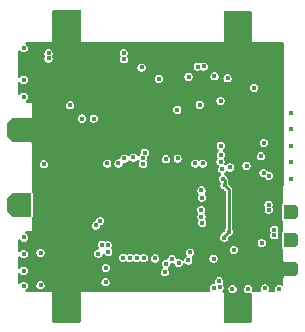
<source format=gbr>
%TF.GenerationSoftware,KiCad,Pcbnew,9.0.0*%
%TF.CreationDate,2025-03-28T18:18:21+01:00*%
%TF.ProjectId,cansatperso,63616e73-6174-4706-9572-736f2e6b6963,rev?*%
%TF.SameCoordinates,Original*%
%TF.FileFunction,Copper,L5,Inr*%
%TF.FilePolarity,Positive*%
%FSLAX46Y46*%
G04 Gerber Fmt 4.6, Leading zero omitted, Abs format (unit mm)*
G04 Created by KiCad (PCBNEW 9.0.0) date 2025-03-28 18:18:21*
%MOMM*%
%LPD*%
G01*
G04 APERTURE LIST*
G04 Aperture macros list*
%AMOutline5P*
0 Free polygon, 5 corners , with rotation*
0 The origin of the aperture is its center*
0 number of corners: always 5*
0 $1 to $10 corner X, Y*
0 $11 Rotation angle, in degrees counterclockwise*
0 create outline with 5 corners*
4,1,5,$1,$2,$3,$4,$5,$6,$7,$8,$9,$10,$1,$2,$11*%
%AMOutline6P*
0 Free polygon, 6 corners , with rotation*
0 The origin of the aperture is its center*
0 number of corners: always 6*
0 $1 to $12 corner X, Y*
0 $13 Rotation angle, in degrees counterclockwise*
0 create outline with 6 corners*
4,1,6,$1,$2,$3,$4,$5,$6,$7,$8,$9,$10,$11,$12,$1,$2,$13*%
%AMOutline7P*
0 Free polygon, 7 corners , with rotation*
0 The origin of the aperture is its center*
0 number of corners: always 7*
0 $1 to $14 corner X, Y*
0 $15 Rotation angle, in degrees counterclockwise*
0 create outline with 7 corners*
4,1,7,$1,$2,$3,$4,$5,$6,$7,$8,$9,$10,$11,$12,$13,$14,$1,$2,$15*%
%AMOutline8P*
0 Free polygon, 8 corners , with rotation*
0 The origin of the aperture is its center*
0 number of corners: always 8*
0 $1 to $16 corner X, Y*
0 $17 Rotation angle, in degrees counterclockwise*
0 create outline with 8 corners*
4,1,8,$1,$2,$3,$4,$5,$6,$7,$8,$9,$10,$11,$12,$13,$14,$15,$16,$1,$2,$17*%
%AMFreePoly0*
4,1,7,1.000000,0.600000,1.000000,-1.000000,-1.000000,-1.000000,-1.000000,0.600000,-0.600000,1.000000,0.600000,1.000000,1.000000,0.600000,1.000000,0.600000,$1*%
G04 Aperture macros list end*
%TA.AperFunction,ComponentPad*%
%ADD10C,2.200000*%
%TD*%
%TA.AperFunction,ComponentPad*%
%ADD11Outline6P,-0.600000X0.360000X-0.360000X0.600000X0.360000X0.600000X0.600000X0.360000X0.600000X-0.600000X-0.600000X-0.600000X270.000000*%
%TD*%
%TA.AperFunction,ComponentPad*%
%ADD12FreePoly0,90.000000*%
%TD*%
%TA.AperFunction,ViaPad*%
%ADD13C,0.400000*%
%TD*%
%TA.AperFunction,Conductor*%
%ADD14C,0.250000*%
%TD*%
G04 APERTURE END LIST*
D10*
%TO.N,GND*%
%TO.C,*%
X176700000Y-71600000D03*
%TD*%
%TO.N,GND*%
%TO.C,*%
X191200000Y-95400000D03*
%TD*%
D11*
%TO.N,TIM3_CHI_PWM4*%
%TO.C,REF\u002A\u002A2*%
X195660000Y-87340000D03*
%TD*%
D12*
%TO.N,GND*%
%TO.C,*%
X172680000Y-80400000D03*
%TD*%
D11*
%TO.N,+5V*%
%TO.C,REF\u002A\u002A1*%
X195660000Y-89740000D03*
%TD*%
D10*
%TO.N,GND*%
%TO.C,*%
X176700000Y-95400000D03*
%TD*%
%TO.N,GND*%
%TO.C,*%
X191200000Y-71600000D03*
%TD*%
D11*
%TO.N,GND*%
%TO.C,REF\u002A\u002A*%
X195660000Y-92190000D03*
%TD*%
D12*
%TO.N,VIN*%
%TO.C,REF\u002A\u002A*%
X172675000Y-86705000D03*
%TD*%
D13*
%TO.N,+3.3V*%
X190420521Y-89010521D03*
%TO.N,ADC1_IN2_CURR*%
X174500000Y-90800000D03*
%TO.N,+3.3V*%
X179000000Y-79425000D03*
%TO.N,GND*%
X176000000Y-79425000D03*
%TO.N,I2C1_SDA*%
X178000000Y-79425000D03*
X181600000Y-82800000D03*
%TO.N,GND*%
X176360000Y-93120000D03*
X184730000Y-85210000D03*
X176140000Y-82470000D03*
X194760000Y-76690000D03*
X195710000Y-81720000D03*
X192250000Y-88020000D03*
X182160000Y-85940000D03*
X188060000Y-80840000D03*
X191100000Y-73300000D03*
X174140000Y-76740000D03*
X186860000Y-77390000D03*
X182600000Y-73300000D03*
X189650000Y-79120000D03*
X190880000Y-79060000D03*
X175390000Y-93170000D03*
X194680000Y-91940000D03*
X180900000Y-73300000D03*
X185500000Y-89530000D03*
X183680000Y-78680000D03*
X178400000Y-90820000D03*
X173080000Y-74720000D03*
X186880000Y-77930000D03*
X186810000Y-92670000D03*
X182750000Y-85180000D03*
X194760000Y-85190000D03*
X186380000Y-89540000D03*
X183870000Y-86560000D03*
X185770000Y-86240000D03*
X175330000Y-93790000D03*
X182730000Y-75760000D03*
X179340000Y-84110000D03*
X191820000Y-87500000D03*
X192290000Y-91270000D03*
X177500000Y-73300000D03*
X188800000Y-87800000D03*
X174340000Y-78550000D03*
X183840000Y-85180000D03*
X176300000Y-92500000D03*
X183670000Y-77690000D03*
X187970000Y-90257500D03*
X178860000Y-92680000D03*
X187700000Y-73300000D03*
X184670000Y-89530000D03*
X184040000Y-93547500D03*
X182700000Y-93770000D03*
X194580000Y-91267500D03*
X189400000Y-73300000D03*
X174340000Y-80170000D03*
X178930000Y-93810000D03*
X189690000Y-80400000D03*
X182750000Y-86610000D03*
X179200000Y-73300000D03*
X181370000Y-87230000D03*
X192770000Y-77880000D03*
X178130000Y-84070000D03*
X181100000Y-79200000D03*
X192420000Y-91820000D03*
X189020000Y-78290000D03*
X174000000Y-90300000D03*
X183600000Y-79750000D03*
X191330000Y-77620000D03*
X185670000Y-85170000D03*
X181840000Y-86720000D03*
X194760000Y-80090000D03*
X181000000Y-93770000D03*
X177480000Y-92630000D03*
X184300000Y-73300000D03*
X177600000Y-93770000D03*
X186000000Y-73300000D03*
X188010000Y-79360000D03*
X192600000Y-87500000D03*
%TO.N,+3.3V*%
X193380000Y-84040000D03*
X190050000Y-89495521D03*
X189750000Y-81710000D03*
X193800000Y-86700000D03*
X189950000Y-84530000D03*
X187800000Y-75020000D03*
X190070000Y-85070000D03*
X193830000Y-84270000D03*
X195710000Y-80320000D03*
X173070000Y-76130000D03*
X186180000Y-91660000D03*
X188320000Y-75010000D03*
X185110000Y-91730000D03*
X181090000Y-83220000D03*
X192570000Y-76830000D03*
X183050000Y-75090000D03*
X193816587Y-87131306D03*
X187000000Y-91430000D03*
X193150000Y-82610000D03*
X185020000Y-92422500D03*
X180140000Y-83220000D03*
%TO.N,NRST*%
X173080000Y-93590000D03*
X179380000Y-90850660D03*
%TO.N,USART3_RX*%
X180000000Y-93270000D03*
%TO.N,SDDETECT*%
X193396250Y-81483750D03*
X184190000Y-91260000D03*
%TO.N,+5V*%
X189147500Y-91280000D03*
X193490000Y-93810000D03*
X181560000Y-74390000D03*
X173070000Y-73460000D03*
X181541494Y-73890340D03*
X175170000Y-73890000D03*
X175170000Y-74330000D03*
X194280000Y-88840000D03*
X194280000Y-89310000D03*
X195710000Y-78920000D03*
%TO.N,ADC1_IN3_VBAT*%
X174770000Y-83300000D03*
X179180000Y-88470000D03*
%TO.N,ADC1_IN2_CURR*%
X179541191Y-88089171D03*
%TO.N,I2C3_SDA_ACCEL*%
X185110000Y-82870000D03*
X195710000Y-83120000D03*
X189860000Y-83705000D03*
%TO.N,I2C1_SCL*%
X177000000Y-78300000D03*
%TO.N,I2C3_SCL_ACCEL*%
X188090000Y-87150000D03*
X191937000Y-83410000D03*
X195710000Y-84520000D03*
%TO.N,3.3VEN*%
X189655249Y-93721215D03*
X189160000Y-93790000D03*
X189740000Y-77920000D03*
X190530166Y-83559834D03*
X189610000Y-93200000D03*
%TO.N,SPI1_CS_SD*%
X182650000Y-91240000D03*
X190330000Y-76010000D03*
%TO.N,SPI1_MISO_SD*%
X181480000Y-91210000D03*
X184510000Y-76050000D03*
%TO.N,SPI1_SCK_SD*%
X180225170Y-90704168D03*
X187020000Y-75880000D03*
%TO.N,SPI1_MOSI_SD*%
X189220000Y-75840000D03*
X182060000Y-91220000D03*
%TO.N,USART1_RX_GPS*%
X189730000Y-83060000D03*
X183132230Y-82772331D03*
%TO.N,USART1_TX_GPS*%
X183185000Y-83269541D03*
X189760000Y-82490000D03*
%TO.N,LPUART1_RX_RADIO*%
X186065000Y-78680000D03*
X179690000Y-90100000D03*
%TO.N,LPUART1_TX_RADIO*%
X187160000Y-90760000D03*
X187976943Y-78256943D03*
%TO.N,GPIO_EXTI1*%
X173070000Y-77580000D03*
X183230000Y-91230000D03*
%TO.N,SWO*%
X183310000Y-82305000D03*
X173090000Y-89490000D03*
%TO.N,SWDIO*%
X188230000Y-83220000D03*
X173070000Y-92300000D03*
%TO.N,I2C1_SCL*%
X186100000Y-82800000D03*
%TO.N,SWCLK{slash}I2C1_SDA*%
X173070000Y-90900000D03*
X187585000Y-83220000D03*
%TO.N,TIM3_CHI_PWM4*%
X188120000Y-87730000D03*
%TO.N,USART3_TX*%
X185620000Y-91330000D03*
X180020000Y-92060000D03*
%TO.N,D+*%
X193220000Y-89955000D03*
X188120000Y-85490000D03*
%TO.N,D-*%
X190860000Y-90540000D03*
X188150000Y-86110000D03*
%TO.N,PWEN*%
X188180000Y-88240000D03*
X194690000Y-93860000D03*
%TO.N,USBD+*%
X192060000Y-93870000D03*
%TO.N,USBD-*%
X190740000Y-93860000D03*
%TO.N,ADC2_IN17*%
X180190000Y-90150000D03*
X174500000Y-93530000D03*
%TO.N,USART3_RX*%
X182345000Y-82715000D03*
%TD*%
D14*
%TO.N,+3.3V*%
X189950000Y-84530000D02*
X190070000Y-84650000D01*
X190070000Y-84650000D02*
X190070000Y-85070000D01*
X190440000Y-85440000D02*
X190070000Y-85070000D01*
X190440000Y-88991042D02*
X190440000Y-85440000D01*
X190050000Y-89495521D02*
X190050000Y-89381042D01*
X190050000Y-89381042D02*
X190420521Y-89010521D01*
X190420521Y-89010521D02*
X190440000Y-88991042D01*
%TD*%
%TA.AperFunction,Conductor*%
%TO.N,GND*%
G36*
X177899500Y-94219107D02*
G01*
X177899464Y-94238825D01*
X177899500Y-94238912D01*
X177899500Y-96575500D01*
X177879815Y-96642539D01*
X177827011Y-96688294D01*
X177775500Y-96699500D01*
X175624493Y-96699500D01*
X175557454Y-96679815D01*
X175511699Y-96627011D01*
X175500493Y-96575501D01*
X175500467Y-94215606D01*
X175500467Y-94215387D01*
X175500494Y-94200000D01*
X177899500Y-94200000D01*
X177899500Y-94219107D01*
G37*
%TD.AperFunction*%
%TA.AperFunction,Conductor*%
G36*
X190693856Y-94210500D02*
G01*
X190693858Y-94210500D01*
X190786142Y-94210500D01*
X190786144Y-94210500D01*
X190825331Y-94200000D01*
X191937349Y-94200000D01*
X192013856Y-94220500D01*
X192013858Y-94220500D01*
X192106142Y-94220500D01*
X192106144Y-94220500D01*
X192182651Y-94200000D01*
X192353340Y-94200000D01*
X192390616Y-94247397D01*
X192399500Y-94293486D01*
X192399500Y-96575500D01*
X192379815Y-96642539D01*
X192327011Y-96688294D01*
X192275500Y-96699500D01*
X190124494Y-96699500D01*
X190057455Y-96679815D01*
X190011700Y-96627011D01*
X190000494Y-96575504D01*
X190000426Y-94241145D01*
X190000426Y-94240911D01*
X190000463Y-94220965D01*
X190000426Y-94220875D01*
X190000426Y-94220778D01*
X189998193Y-94215387D01*
X189992855Y-94202500D01*
X189992767Y-94202288D01*
X189991824Y-94200000D01*
X190654669Y-94200000D01*
X190693856Y-94210500D01*
G37*
%TD.AperFunction*%
%TD*%
%TA.AperFunction,Conductor*%
%TO.N,GND*%
G36*
X177842539Y-70220185D02*
G01*
X177888294Y-70272989D01*
X177899500Y-70324500D01*
X177899500Y-72859992D01*
X177914799Y-72896928D01*
X177914800Y-72896929D01*
X177943071Y-72925200D01*
X177980009Y-72940500D01*
X177980011Y-72940500D01*
X189919989Y-72940500D01*
X189919991Y-72940500D01*
X189956929Y-72925200D01*
X189985200Y-72896929D01*
X190000500Y-72859991D01*
X190000500Y-70424500D01*
X190020185Y-70357461D01*
X190072989Y-70311706D01*
X190124500Y-70300500D01*
X192275500Y-70300500D01*
X192342539Y-70320185D01*
X192388294Y-70372989D01*
X192399500Y-70424500D01*
X192399500Y-72859992D01*
X192414799Y-72896928D01*
X192414800Y-72896929D01*
X192443071Y-72925200D01*
X192480009Y-72940500D01*
X192519991Y-72940500D01*
X193393822Y-72940500D01*
X193400000Y-73200000D01*
X174900000Y-73400000D01*
X174889060Y-72940500D01*
X175419989Y-72940500D01*
X175419991Y-72940500D01*
X175456929Y-72925200D01*
X175485200Y-72896929D01*
X175500500Y-72859991D01*
X175500500Y-70324500D01*
X175520185Y-70257461D01*
X175572989Y-70211706D01*
X175624500Y-70200500D01*
X177775500Y-70200500D01*
X177842539Y-70220185D01*
G37*
%TD.AperFunction*%
%TD*%
%TA.AperFunction,Conductor*%
%TO.N,GND*%
G36*
X174900000Y-73400000D02*
G01*
X193400000Y-73200000D01*
X193393821Y-72940500D01*
X194945500Y-72940500D01*
X195012539Y-72960185D01*
X195058294Y-73012989D01*
X195069500Y-73064500D01*
X195069500Y-78249992D01*
X195084799Y-78286928D01*
X195108511Y-78310640D01*
X195141996Y-78371963D01*
X195144830Y-78398437D01*
X195138675Y-84967948D01*
X195118928Y-85034969D01*
X195102359Y-85055511D01*
X195074799Y-85083072D01*
X195059500Y-85120007D01*
X195059500Y-86493051D01*
X195039815Y-86560090D01*
X195004391Y-86596153D01*
X194951495Y-86631496D01*
X194918234Y-86681275D01*
X194918231Y-86681282D01*
X194909500Y-86725177D01*
X194909500Y-86725180D01*
X194909500Y-87954820D01*
X194909500Y-87954822D01*
X194909499Y-87954822D01*
X194918231Y-87998717D01*
X194918234Y-87998724D01*
X194951494Y-88048502D01*
X194951495Y-88048502D01*
X194951496Y-88048504D01*
X195001278Y-88081767D01*
X195001280Y-88081767D01*
X195004390Y-88083845D01*
X195049195Y-88137457D01*
X195059500Y-88186948D01*
X195059500Y-88893051D01*
X195039815Y-88960090D01*
X195004391Y-88996153D01*
X194951495Y-89031496D01*
X194918234Y-89081275D01*
X194918231Y-89081282D01*
X194909500Y-89125177D01*
X194909500Y-89125180D01*
X194909500Y-90354820D01*
X194909500Y-90354822D01*
X194909499Y-90354822D01*
X194918231Y-90398717D01*
X194918234Y-90398724D01*
X194951494Y-90448502D01*
X194951495Y-90448502D01*
X194951496Y-90448504D01*
X195001278Y-90481767D01*
X195001280Y-90481767D01*
X195004390Y-90483845D01*
X195049195Y-90537457D01*
X195059500Y-90586948D01*
X195059500Y-91469992D01*
X195074799Y-91506928D01*
X195096128Y-91528257D01*
X195129613Y-91589580D01*
X195132447Y-91616054D01*
X195131362Y-92775261D01*
X195111615Y-92842282D01*
X195095046Y-92862823D01*
X195074800Y-92883069D01*
X195074799Y-92883071D01*
X195059500Y-92920007D01*
X195059500Y-93453834D01*
X195039815Y-93520873D01*
X194987011Y-93566628D01*
X194917853Y-93576572D01*
X194873499Y-93561221D01*
X194825289Y-93533386D01*
X194778589Y-93520873D01*
X194736144Y-93509500D01*
X194643856Y-93509500D01*
X194554712Y-93533386D01*
X194554711Y-93533386D01*
X194554709Y-93533387D01*
X194554706Y-93533388D01*
X194474794Y-93579526D01*
X194474785Y-93579533D01*
X194409533Y-93644785D01*
X194409526Y-93644794D01*
X194363388Y-93724706D01*
X194363387Y-93724709D01*
X194363386Y-93724711D01*
X194363386Y-93724712D01*
X194352897Y-93763858D01*
X194339500Y-93813856D01*
X194339500Y-93906145D01*
X194362401Y-93991615D01*
X194360738Y-94061465D01*
X194321575Y-94119327D01*
X194257346Y-94146830D01*
X194242384Y-94147707D01*
X193914648Y-94147067D01*
X193847647Y-94127251D01*
X193801995Y-94074358D01*
X193792187Y-94005180D01*
X193807504Y-93961066D01*
X193816614Y-93945288D01*
X193840500Y-93856144D01*
X193840500Y-93763856D01*
X193816614Y-93674712D01*
X193811176Y-93665293D01*
X193770473Y-93594794D01*
X193770470Y-93594791D01*
X193770469Y-93594788D01*
X193705212Y-93529531D01*
X193705209Y-93529529D01*
X193705205Y-93529526D01*
X193625293Y-93483388D01*
X193625290Y-93483387D01*
X193625289Y-93483386D01*
X193625288Y-93483386D01*
X193536144Y-93459500D01*
X193443856Y-93459500D01*
X193354712Y-93483386D01*
X193354711Y-93483386D01*
X193354709Y-93483387D01*
X193354706Y-93483388D01*
X193274794Y-93529526D01*
X193274785Y-93529533D01*
X193209533Y-93594785D01*
X193209526Y-93594794D01*
X193163388Y-93674706D01*
X193163387Y-93674709D01*
X193163386Y-93674711D01*
X193163386Y-93674712D01*
X193139500Y-93763856D01*
X193139500Y-93856144D01*
X193143339Y-93870470D01*
X193163386Y-93945289D01*
X193171536Y-93959404D01*
X193188010Y-94027304D01*
X193165159Y-94093331D01*
X193110239Y-94136523D01*
X193063908Y-94145406D01*
X192532125Y-94144368D01*
X192532014Y-94144367D01*
X192520054Y-94144332D01*
X192519991Y-94144307D01*
X192510962Y-94144307D01*
X192510611Y-94144306D01*
X192477303Y-94134423D01*
X192443925Y-94124622D01*
X192443805Y-94124483D01*
X192443628Y-94124431D01*
X192420795Y-94097928D01*
X192398170Y-94071818D01*
X192398144Y-94071637D01*
X192398023Y-94071497D01*
X192393155Y-94036937D01*
X192388226Y-94002660D01*
X192388285Y-94002370D01*
X192388277Y-94002310D01*
X192388314Y-94002228D01*
X192391189Y-93988214D01*
X192396241Y-93969358D01*
X192410500Y-93916144D01*
X192410500Y-93823856D01*
X192386614Y-93734712D01*
X192381176Y-93725293D01*
X192340473Y-93654794D01*
X192340470Y-93654791D01*
X192340469Y-93654788D01*
X192275212Y-93589531D01*
X192275209Y-93589529D01*
X192275205Y-93589526D01*
X192195293Y-93543388D01*
X192195290Y-93543387D01*
X192195289Y-93543386D01*
X192195288Y-93543386D01*
X192106144Y-93519500D01*
X192013856Y-93519500D01*
X191924712Y-93543386D01*
X191924711Y-93543386D01*
X191924709Y-93543387D01*
X191924706Y-93543388D01*
X191844794Y-93589526D01*
X191844785Y-93589533D01*
X191779533Y-93654785D01*
X191779526Y-93654794D01*
X191733388Y-93734706D01*
X191733387Y-93734709D01*
X191733386Y-93734711D01*
X191733386Y-93734712D01*
X191709500Y-93823856D01*
X191709500Y-93916144D01*
X191733357Y-94005180D01*
X191733387Y-94005290D01*
X191733388Y-94005293D01*
X191779526Y-94085205D01*
X191779529Y-94085209D01*
X191779531Y-94085212D01*
X191844788Y-94150469D01*
X191844791Y-94150470D01*
X191844794Y-94150473D01*
X191924706Y-94196611D01*
X191924707Y-94196611D01*
X191924712Y-94196614D01*
X191937349Y-94200000D01*
X190825331Y-94200000D01*
X190875288Y-94186614D01*
X190955212Y-94140469D01*
X191020469Y-94075212D01*
X191066614Y-93995288D01*
X191090500Y-93906144D01*
X191090500Y-93813856D01*
X191066614Y-93724712D01*
X191066611Y-93724706D01*
X191020473Y-93644794D01*
X191020470Y-93644791D01*
X191020469Y-93644788D01*
X190955212Y-93579531D01*
X190955209Y-93579529D01*
X190955205Y-93579526D01*
X190875293Y-93533388D01*
X190875290Y-93533387D01*
X190875289Y-93533386D01*
X190875288Y-93533386D01*
X190786144Y-93509500D01*
X190693856Y-93509500D01*
X190604712Y-93533386D01*
X190604711Y-93533386D01*
X190604709Y-93533387D01*
X190604706Y-93533388D01*
X190524794Y-93579526D01*
X190524785Y-93579533D01*
X190459533Y-93644785D01*
X190459526Y-93644794D01*
X190413388Y-93724706D01*
X190413387Y-93724709D01*
X190413386Y-93724711D01*
X190413386Y-93724712D01*
X190389500Y-93813856D01*
X190389500Y-93906144D01*
X190408853Y-93978372D01*
X190413387Y-93995290D01*
X190413388Y-93995293D01*
X190459526Y-94075205D01*
X190459529Y-94075209D01*
X190459531Y-94075212D01*
X190524788Y-94140469D01*
X190524791Y-94140470D01*
X190524794Y-94140473D01*
X190604706Y-94186611D01*
X190604707Y-94186611D01*
X190604712Y-94186614D01*
X190654669Y-94200000D01*
X189991824Y-94200000D01*
X189985231Y-94183999D01*
X189985161Y-94183929D01*
X189985125Y-94183841D01*
X189971121Y-94169837D01*
X189957012Y-94155676D01*
X189957010Y-94155675D01*
X189957006Y-94155671D01*
X189947213Y-94149128D01*
X189946714Y-94148795D01*
X189946812Y-94148648D01*
X189942262Y-94143204D01*
X189903997Y-94112366D01*
X189881935Y-94046071D01*
X189899217Y-93978372D01*
X189918173Y-93953971D01*
X189935718Y-93936427D01*
X189981863Y-93856503D01*
X190005749Y-93767359D01*
X190005749Y-93675071D01*
X189981863Y-93585927D01*
X189981860Y-93585921D01*
X189935722Y-93506009D01*
X189935719Y-93506006D01*
X189935718Y-93506003D01*
X189935715Y-93506000D01*
X189930771Y-93499557D01*
X189933492Y-93497468D01*
X189907595Y-93450042D01*
X189912579Y-93380350D01*
X189921375Y-93361682D01*
X189936613Y-93335289D01*
X189936614Y-93335288D01*
X189960500Y-93246144D01*
X189960500Y-93153856D01*
X189936614Y-93064712D01*
X189930888Y-93054794D01*
X189890473Y-92984794D01*
X189890470Y-92984791D01*
X189890469Y-92984788D01*
X189825212Y-92919531D01*
X189825209Y-92919529D01*
X189825205Y-92919526D01*
X189745293Y-92873388D01*
X189745290Y-92873387D01*
X189745289Y-92873386D01*
X189745288Y-92873386D01*
X189656144Y-92849500D01*
X189563856Y-92849500D01*
X189474712Y-92873386D01*
X189474711Y-92873386D01*
X189474709Y-92873387D01*
X189474706Y-92873388D01*
X189394794Y-92919526D01*
X189394785Y-92919533D01*
X189329533Y-92984785D01*
X189329526Y-92984794D01*
X189283388Y-93064706D01*
X189283387Y-93064709D01*
X189283386Y-93064711D01*
X189283386Y-93064712D01*
X189259500Y-93153856D01*
X189259500Y-93246144D01*
X189269484Y-93283408D01*
X189267822Y-93353256D01*
X189228660Y-93411119D01*
X189164431Y-93438623D01*
X189149710Y-93439500D01*
X189113856Y-93439500D01*
X189024712Y-93463386D01*
X189024711Y-93463386D01*
X189024709Y-93463387D01*
X189024706Y-93463388D01*
X188944794Y-93509526D01*
X188944785Y-93509533D01*
X188879533Y-93574785D01*
X188879526Y-93574794D01*
X188833388Y-93654706D01*
X188833387Y-93654709D01*
X188833386Y-93654711D01*
X188833386Y-93654712D01*
X188809500Y-93743856D01*
X188809500Y-93836144D01*
X188830935Y-93916142D01*
X188833387Y-93925290D01*
X188833387Y-93925291D01*
X188848896Y-93952153D01*
X188865369Y-94020053D01*
X188842517Y-94086080D01*
X188787595Y-94129271D01*
X188741282Y-94138153D01*
X178032013Y-94118575D01*
X178032013Y-94118574D01*
X178020078Y-94118553D01*
X178019991Y-94118518D01*
X177999893Y-94118518D01*
X177999888Y-94118518D01*
X177996305Y-94118511D01*
X177980193Y-94118482D01*
X177980192Y-94118482D01*
X177980184Y-94118482D01*
X177980013Y-94118516D01*
X177970559Y-94122431D01*
X177961517Y-94126177D01*
X177954009Y-94129271D01*
X177943221Y-94133716D01*
X177943077Y-94133812D01*
X177929219Y-94147669D01*
X177929064Y-94147824D01*
X177914902Y-94161933D01*
X177914802Y-94162081D01*
X177907202Y-94180428D01*
X177907159Y-94180531D01*
X177899537Y-94198843D01*
X177899536Y-94198938D01*
X177899500Y-94199027D01*
X177899500Y-94200000D01*
X175500494Y-94200000D01*
X175500502Y-94195519D01*
X175500467Y-94195434D01*
X175500467Y-94195342D01*
X175492897Y-94177068D01*
X175485267Y-94158555D01*
X175485201Y-94158488D01*
X175485166Y-94158404D01*
X175471030Y-94144268D01*
X175457046Y-94130234D01*
X175456960Y-94130198D01*
X175456895Y-94130133D01*
X175438852Y-94122659D01*
X175438678Y-94122519D01*
X175438654Y-94122577D01*
X175420133Y-94114868D01*
X175419967Y-94114834D01*
X175419957Y-94114834D01*
X175400187Y-94114834D01*
X174618371Y-94113462D01*
X174379629Y-94113043D01*
X173340774Y-94111220D01*
X173273770Y-94091418D01*
X173228107Y-94038533D01*
X173218285Y-93969358D01*
X173247422Y-93905853D01*
X173278991Y-93879834D01*
X173295212Y-93870469D01*
X173360469Y-93805212D01*
X173406614Y-93725288D01*
X173430500Y-93636144D01*
X173430500Y-93543856D01*
X173414423Y-93483856D01*
X174149500Y-93483856D01*
X174149500Y-93576144D01*
X174170574Y-93654794D01*
X174173387Y-93665290D01*
X174173388Y-93665293D01*
X174219526Y-93745205D01*
X174219529Y-93745209D01*
X174219531Y-93745212D01*
X174284788Y-93810469D01*
X174284791Y-93810470D01*
X174284794Y-93810473D01*
X174364706Y-93856611D01*
X174364708Y-93856612D01*
X174364709Y-93856612D01*
X174364712Y-93856614D01*
X174453856Y-93880500D01*
X174546144Y-93880500D01*
X174635288Y-93856614D01*
X174715212Y-93810469D01*
X174780469Y-93745212D01*
X174826614Y-93665288D01*
X174850500Y-93576144D01*
X174850500Y-93483856D01*
X174826614Y-93394712D01*
X174826611Y-93394706D01*
X174780473Y-93314794D01*
X174780470Y-93314791D01*
X174780469Y-93314788D01*
X174715212Y-93249531D01*
X174715209Y-93249529D01*
X174715205Y-93249526D01*
X174670744Y-93223856D01*
X179649500Y-93223856D01*
X179649500Y-93316144D01*
X179670552Y-93394712D01*
X179673387Y-93405290D01*
X179673388Y-93405293D01*
X179719526Y-93485205D01*
X179719529Y-93485209D01*
X179719531Y-93485212D01*
X179784788Y-93550469D01*
X179784791Y-93550470D01*
X179784794Y-93550473D01*
X179864706Y-93596611D01*
X179864707Y-93596611D01*
X179864712Y-93596614D01*
X179953856Y-93620500D01*
X179953858Y-93620500D01*
X180046142Y-93620500D01*
X180046144Y-93620500D01*
X180135288Y-93596614D01*
X180215212Y-93550469D01*
X180280469Y-93485212D01*
X180326614Y-93405288D01*
X180350500Y-93316144D01*
X180350500Y-93223856D01*
X180326614Y-93134712D01*
X180286199Y-93064712D01*
X180280473Y-93054794D01*
X180280470Y-93054791D01*
X180280469Y-93054788D01*
X180215212Y-92989531D01*
X180215209Y-92989529D01*
X180215205Y-92989526D01*
X180135293Y-92943388D01*
X180135290Y-92943387D01*
X180135289Y-92943386D01*
X180135288Y-92943386D01*
X180046144Y-92919500D01*
X179953856Y-92919500D01*
X179864712Y-92943386D01*
X179864711Y-92943386D01*
X179864709Y-92943387D01*
X179864706Y-92943388D01*
X179784794Y-92989526D01*
X179784785Y-92989533D01*
X179719533Y-93054785D01*
X179719526Y-93054794D01*
X179673388Y-93134706D01*
X179673387Y-93134709D01*
X179673386Y-93134711D01*
X179673386Y-93134712D01*
X179649500Y-93223856D01*
X174670744Y-93223856D01*
X174635293Y-93203388D01*
X174635290Y-93203387D01*
X174635289Y-93203386D01*
X174635288Y-93203386D01*
X174546144Y-93179500D01*
X174453856Y-93179500D01*
X174364712Y-93203386D01*
X174364711Y-93203386D01*
X174364709Y-93203387D01*
X174364706Y-93203388D01*
X174284794Y-93249526D01*
X174284785Y-93249533D01*
X174219533Y-93314785D01*
X174219526Y-93314794D01*
X174173388Y-93394706D01*
X174173387Y-93394709D01*
X174173386Y-93394711D01*
X174173386Y-93394712D01*
X174149500Y-93483856D01*
X173414423Y-93483856D01*
X173406614Y-93454712D01*
X173406611Y-93454706D01*
X173360473Y-93374794D01*
X173360470Y-93374791D01*
X173360469Y-93374788D01*
X173295212Y-93309531D01*
X173295209Y-93309529D01*
X173295205Y-93309526D01*
X173215293Y-93263388D01*
X173215290Y-93263387D01*
X173215289Y-93263386D01*
X173215288Y-93263386D01*
X173126144Y-93239500D01*
X173033856Y-93239500D01*
X172944712Y-93263386D01*
X172944711Y-93263386D01*
X172944709Y-93263387D01*
X172944706Y-93263388D01*
X172864794Y-93309526D01*
X172864785Y-93309533D01*
X172799533Y-93374785D01*
X172794583Y-93381237D01*
X172792511Y-93379647D01*
X172751315Y-93418925D01*
X172682707Y-93432145D01*
X172617843Y-93406174D01*
X172577318Y-93349258D01*
X172570500Y-93308707D01*
X172570500Y-92595056D01*
X172590185Y-92528017D01*
X172642989Y-92482262D01*
X172712147Y-92472318D01*
X172775703Y-92501343D01*
X172783562Y-92509686D01*
X172783784Y-92509465D01*
X172789531Y-92515212D01*
X172854788Y-92580469D01*
X172854791Y-92580470D01*
X172854794Y-92580473D01*
X172934706Y-92626611D01*
X172934707Y-92626611D01*
X172934712Y-92626614D01*
X173023856Y-92650500D01*
X173023858Y-92650500D01*
X173116142Y-92650500D01*
X173116144Y-92650500D01*
X173205288Y-92626614D01*
X173285212Y-92580469D01*
X173350469Y-92515212D01*
X173396614Y-92435288D01*
X173420500Y-92346144D01*
X173420500Y-92253856D01*
X173396614Y-92164712D01*
X173374140Y-92125787D01*
X173350472Y-92084793D01*
X173350471Y-92084792D01*
X173350469Y-92084788D01*
X173285212Y-92019531D01*
X173285209Y-92019529D01*
X173285205Y-92019526D01*
X173275384Y-92013856D01*
X179669500Y-92013856D01*
X179669500Y-92106144D01*
X179685193Y-92164712D01*
X179693387Y-92195290D01*
X179693388Y-92195293D01*
X179739526Y-92275205D01*
X179739529Y-92275209D01*
X179739531Y-92275212D01*
X179804788Y-92340469D01*
X179804791Y-92340470D01*
X179804794Y-92340473D01*
X179884706Y-92386611D01*
X179884707Y-92386611D01*
X179884712Y-92386614D01*
X179973856Y-92410500D01*
X179973858Y-92410500D01*
X180066142Y-92410500D01*
X180066144Y-92410500D01*
X180155288Y-92386614D01*
X180173055Y-92376356D01*
X184669500Y-92376356D01*
X184669500Y-92468644D01*
X184681978Y-92515214D01*
X184693387Y-92557790D01*
X184693388Y-92557793D01*
X184739526Y-92637705D01*
X184739529Y-92637709D01*
X184739531Y-92637712D01*
X184804788Y-92702969D01*
X184804791Y-92702970D01*
X184804794Y-92702973D01*
X184884706Y-92749111D01*
X184884707Y-92749111D01*
X184884712Y-92749114D01*
X184973856Y-92773000D01*
X184973858Y-92773000D01*
X185066142Y-92773000D01*
X185066144Y-92773000D01*
X185155288Y-92749114D01*
X185235212Y-92702969D01*
X185300469Y-92637712D01*
X185346614Y-92557788D01*
X185370500Y-92468644D01*
X185370500Y-92376356D01*
X185346614Y-92287212D01*
X185346611Y-92287206D01*
X185300473Y-92207294D01*
X185300470Y-92207291D01*
X185300469Y-92207288D01*
X185299015Y-92205834D01*
X185298181Y-92204308D01*
X185295522Y-92200842D01*
X185296062Y-92200427D01*
X185265530Y-92144511D01*
X185270514Y-92074819D01*
X185312386Y-92018886D01*
X185324684Y-92010773D01*
X185325212Y-92010469D01*
X185390469Y-91945212D01*
X185436614Y-91865288D01*
X185460500Y-91776144D01*
X185460500Y-91776142D01*
X185461501Y-91772407D01*
X185473551Y-91752636D01*
X185481489Y-91730890D01*
X185491392Y-91723367D01*
X185497866Y-91712746D01*
X185518691Y-91702629D01*
X185537126Y-91688626D01*
X185553859Y-91685546D01*
X185560713Y-91682217D01*
X185571560Y-91680881D01*
X185576408Y-91680500D01*
X185666144Y-91680500D01*
X185703391Y-91670519D01*
X185714749Y-91669627D01*
X185738232Y-91674562D01*
X185762219Y-91675133D01*
X185771800Y-91681617D01*
X185783125Y-91683998D01*
X185800210Y-91700845D01*
X185820082Y-91714294D01*
X185826526Y-91726793D01*
X185832876Y-91733055D01*
X185835291Y-91743796D01*
X185844239Y-91761151D01*
X185849423Y-91780499D01*
X185853387Y-91795290D01*
X185853388Y-91795293D01*
X185899526Y-91875205D01*
X185899529Y-91875209D01*
X185899531Y-91875212D01*
X185964788Y-91940469D01*
X185964791Y-91940470D01*
X185964794Y-91940473D01*
X186044706Y-91986611D01*
X186044707Y-91986611D01*
X186044712Y-91986614D01*
X186133856Y-92010500D01*
X186133858Y-92010500D01*
X186226142Y-92010500D01*
X186226144Y-92010500D01*
X186315288Y-91986614D01*
X186395212Y-91940469D01*
X186460469Y-91875212D01*
X186506614Y-91795288D01*
X186527736Y-91716457D01*
X186564100Y-91656800D01*
X186626946Y-91626270D01*
X186696322Y-91634564D01*
X186735191Y-91660872D01*
X186784788Y-91710469D01*
X186784791Y-91710470D01*
X186784794Y-91710473D01*
X186864706Y-91756611D01*
X186864707Y-91756611D01*
X186864712Y-91756614D01*
X186953856Y-91780500D01*
X186953858Y-91780500D01*
X187046142Y-91780500D01*
X187046144Y-91780500D01*
X187135288Y-91756614D01*
X187215212Y-91710469D01*
X187280469Y-91645212D01*
X187326614Y-91565288D01*
X187350500Y-91476144D01*
X187350500Y-91383856D01*
X187326614Y-91294712D01*
X187326611Y-91294706D01*
X187322583Y-91287729D01*
X187322583Y-91287728D01*
X187291478Y-91233856D01*
X188797000Y-91233856D01*
X188797000Y-91326144D01*
X188817697Y-91403388D01*
X188820887Y-91415290D01*
X188820888Y-91415293D01*
X188867026Y-91495205D01*
X188867029Y-91495209D01*
X188867031Y-91495212D01*
X188932288Y-91560469D01*
X188932291Y-91560470D01*
X188932294Y-91560473D01*
X189012206Y-91606611D01*
X189012207Y-91606611D01*
X189012212Y-91606614D01*
X189101356Y-91630500D01*
X189101358Y-91630500D01*
X189193642Y-91630500D01*
X189193644Y-91630500D01*
X189282788Y-91606614D01*
X189362712Y-91560469D01*
X189427969Y-91495212D01*
X189474114Y-91415288D01*
X189498000Y-91326144D01*
X189498000Y-91233856D01*
X189474114Y-91144712D01*
X189463664Y-91126612D01*
X189427973Y-91064794D01*
X189427970Y-91064791D01*
X189427969Y-91064788D01*
X189362712Y-90999531D01*
X189362709Y-90999529D01*
X189362705Y-90999526D01*
X189282793Y-90953388D01*
X189282790Y-90953387D01*
X189282789Y-90953386D01*
X189282788Y-90953386D01*
X189193644Y-90929500D01*
X189101356Y-90929500D01*
X189012212Y-90953386D01*
X189012211Y-90953386D01*
X189012209Y-90953387D01*
X189012206Y-90953388D01*
X188932294Y-90999526D01*
X188932285Y-90999533D01*
X188867033Y-91064785D01*
X188867026Y-91064794D01*
X188820888Y-91144706D01*
X188820887Y-91144709D01*
X188820886Y-91144711D01*
X188820886Y-91144712D01*
X188797000Y-91233856D01*
X187291478Y-91233856D01*
X187290674Y-91232464D01*
X187274199Y-91164564D01*
X187297050Y-91098537D01*
X187336057Y-91063075D01*
X187375212Y-91040469D01*
X187440469Y-90975212D01*
X187486614Y-90895288D01*
X187510500Y-90806144D01*
X187510500Y-90713856D01*
X187486614Y-90624712D01*
X187475200Y-90604943D01*
X187442168Y-90547730D01*
X187442167Y-90547729D01*
X187440472Y-90544794D01*
X187440469Y-90544788D01*
X187389537Y-90493856D01*
X190509500Y-90493856D01*
X190509500Y-90586144D01*
X190530552Y-90664712D01*
X190533387Y-90675290D01*
X190533388Y-90675293D01*
X190579526Y-90755205D01*
X190579529Y-90755209D01*
X190579531Y-90755212D01*
X190644788Y-90820469D01*
X190644791Y-90820470D01*
X190644794Y-90820473D01*
X190724706Y-90866611D01*
X190724707Y-90866611D01*
X190724712Y-90866614D01*
X190813856Y-90890500D01*
X190813858Y-90890500D01*
X190906142Y-90890500D01*
X190906144Y-90890500D01*
X190995288Y-90866614D01*
X191075212Y-90820469D01*
X191140469Y-90755212D01*
X191186614Y-90675288D01*
X191210500Y-90586144D01*
X191210500Y-90493856D01*
X191186614Y-90404712D01*
X191175678Y-90385770D01*
X191140473Y-90324794D01*
X191140470Y-90324791D01*
X191140469Y-90324788D01*
X191075212Y-90259531D01*
X191075209Y-90259529D01*
X191075205Y-90259526D01*
X190995293Y-90213388D01*
X190995290Y-90213387D01*
X190995289Y-90213386D01*
X190995288Y-90213386D01*
X190906144Y-90189500D01*
X190813856Y-90189500D01*
X190724712Y-90213386D01*
X190724711Y-90213386D01*
X190724709Y-90213387D01*
X190724706Y-90213388D01*
X190644794Y-90259526D01*
X190644785Y-90259533D01*
X190579533Y-90324785D01*
X190579526Y-90324794D01*
X190533388Y-90404706D01*
X190533387Y-90404709D01*
X190533386Y-90404711D01*
X190533386Y-90404712D01*
X190509500Y-90493856D01*
X187389537Y-90493856D01*
X187375212Y-90479531D01*
X187375209Y-90479529D01*
X187375205Y-90479526D01*
X187295293Y-90433388D01*
X187295290Y-90433387D01*
X187295289Y-90433386D01*
X187295288Y-90433386D01*
X187206144Y-90409500D01*
X187113856Y-90409500D01*
X187024712Y-90433386D01*
X187024711Y-90433386D01*
X187024709Y-90433387D01*
X187024706Y-90433388D01*
X186944794Y-90479526D01*
X186944785Y-90479533D01*
X186879533Y-90544785D01*
X186879526Y-90544794D01*
X186833388Y-90624706D01*
X186833387Y-90624709D01*
X186833386Y-90624711D01*
X186833386Y-90624712D01*
X186809500Y-90713856D01*
X186809500Y-90806144D01*
X186817462Y-90835858D01*
X186833386Y-90895290D01*
X186856483Y-90935293D01*
X186868823Y-90956666D01*
X186869326Y-90957536D01*
X186885800Y-91025436D01*
X186862949Y-91091463D01*
X186823943Y-91126924D01*
X186784788Y-91149531D01*
X186784785Y-91149533D01*
X186719533Y-91214785D01*
X186719526Y-91214794D01*
X186673388Y-91294706D01*
X186673387Y-91294707D01*
X186652264Y-91373540D01*
X186615898Y-91433201D01*
X186553051Y-91463729D01*
X186483676Y-91455434D01*
X186444808Y-91429127D01*
X186395214Y-91379533D01*
X186395212Y-91379531D01*
X186395209Y-91379529D01*
X186395205Y-91379526D01*
X186315293Y-91333388D01*
X186315290Y-91333387D01*
X186315289Y-91333386D01*
X186315288Y-91333386D01*
X186226144Y-91309500D01*
X186133856Y-91309500D01*
X186133854Y-91309500D01*
X186107626Y-91316528D01*
X186037776Y-91314865D01*
X185979914Y-91275701D01*
X185955760Y-91228846D01*
X185948342Y-91201160D01*
X185946614Y-91194711D01*
X185946611Y-91194706D01*
X185900473Y-91114794D01*
X185900470Y-91114791D01*
X185900469Y-91114788D01*
X185835212Y-91049531D01*
X185835209Y-91049529D01*
X185835205Y-91049526D01*
X185755293Y-91003388D01*
X185755290Y-91003387D01*
X185755289Y-91003386D01*
X185755288Y-91003386D01*
X185666144Y-90979500D01*
X185573856Y-90979500D01*
X185484712Y-91003386D01*
X185484711Y-91003386D01*
X185484709Y-91003387D01*
X185484706Y-91003388D01*
X185404794Y-91049526D01*
X185404785Y-91049533D01*
X185339533Y-91114785D01*
X185339526Y-91114794D01*
X185293388Y-91194706D01*
X185293387Y-91194709D01*
X185293386Y-91194711D01*
X185293386Y-91194712D01*
X185271567Y-91276144D01*
X185268499Y-91287593D01*
X185232134Y-91347254D01*
X185169287Y-91377783D01*
X185148724Y-91379500D01*
X185063856Y-91379500D01*
X184974712Y-91403386D01*
X184974711Y-91403386D01*
X184974709Y-91403387D01*
X184974706Y-91403388D01*
X184894794Y-91449526D01*
X184894785Y-91449533D01*
X184829533Y-91514785D01*
X184829526Y-91514794D01*
X184783388Y-91594706D01*
X184783387Y-91594709D01*
X184783386Y-91594711D01*
X184783386Y-91594712D01*
X184759500Y-91683856D01*
X184759500Y-91776144D01*
X184777892Y-91844785D01*
X184783387Y-91865290D01*
X184783388Y-91865293D01*
X184829526Y-91945205D01*
X184829533Y-91945214D01*
X184830984Y-91946665D01*
X184831816Y-91948189D01*
X184834478Y-91951658D01*
X184833937Y-91952073D01*
X184864469Y-92007988D01*
X184859485Y-92077680D01*
X184817613Y-92133613D01*
X184805310Y-92141729D01*
X184804794Y-92142026D01*
X184804785Y-92142033D01*
X184739533Y-92207285D01*
X184739526Y-92207294D01*
X184693388Y-92287206D01*
X184693387Y-92287209D01*
X184693386Y-92287211D01*
X184693386Y-92287212D01*
X184669500Y-92376356D01*
X180173055Y-92376356D01*
X180235212Y-92340469D01*
X180300469Y-92275212D01*
X180346614Y-92195288D01*
X180370500Y-92106144D01*
X180370500Y-92013856D01*
X180346614Y-91924712D01*
X180312308Y-91865293D01*
X180300473Y-91844794D01*
X180300470Y-91844791D01*
X180300469Y-91844788D01*
X180235212Y-91779531D01*
X180235209Y-91779529D01*
X180235205Y-91779526D01*
X180155293Y-91733388D01*
X180155290Y-91733387D01*
X180155289Y-91733386D01*
X180155288Y-91733386D01*
X180066144Y-91709500D01*
X179973856Y-91709500D01*
X179884712Y-91733386D01*
X179884711Y-91733386D01*
X179884709Y-91733387D01*
X179884706Y-91733388D01*
X179804794Y-91779526D01*
X179804785Y-91779533D01*
X179739533Y-91844785D01*
X179739526Y-91844794D01*
X179693388Y-91924706D01*
X179693387Y-91924709D01*
X179693386Y-91924711D01*
X179693386Y-91924712D01*
X179669500Y-92013856D01*
X173275384Y-92013856D01*
X173205293Y-91973388D01*
X173205290Y-91973387D01*
X173205289Y-91973386D01*
X173205288Y-91973386D01*
X173116144Y-91949500D01*
X173023856Y-91949500D01*
X172934712Y-91973386D01*
X172934711Y-91973386D01*
X172934709Y-91973387D01*
X172934706Y-91973388D01*
X172854794Y-92019526D01*
X172854785Y-92019533D01*
X172783784Y-92090535D01*
X172781780Y-92088531D01*
X172736446Y-92121633D01*
X172666700Y-92125787D01*
X172605780Y-92091573D01*
X172573028Y-92029855D01*
X172570500Y-92004943D01*
X172570500Y-91195056D01*
X172590185Y-91128017D01*
X172642989Y-91082262D01*
X172712147Y-91072318D01*
X172775703Y-91101343D01*
X172783562Y-91109686D01*
X172783784Y-91109465D01*
X172789531Y-91115212D01*
X172854788Y-91180469D01*
X172854791Y-91180470D01*
X172854794Y-91180473D01*
X172934706Y-91226611D01*
X172934707Y-91226611D01*
X172934712Y-91226614D01*
X173023856Y-91250500D01*
X173023858Y-91250500D01*
X173116142Y-91250500D01*
X173116144Y-91250500D01*
X173205288Y-91226614D01*
X173285212Y-91180469D01*
X173350469Y-91115212D01*
X173396614Y-91035288D01*
X173420500Y-90946144D01*
X173420500Y-90853856D01*
X173396614Y-90764712D01*
X173396611Y-90764706D01*
X173390347Y-90753856D01*
X174149500Y-90753856D01*
X174149500Y-90846144D01*
X174172876Y-90933386D01*
X174173387Y-90935290D01*
X174173388Y-90935293D01*
X174219526Y-91015205D01*
X174219529Y-91015209D01*
X174219531Y-91015212D01*
X174284788Y-91080469D01*
X174284791Y-91080470D01*
X174284794Y-91080473D01*
X174364706Y-91126611D01*
X174364707Y-91126611D01*
X174364712Y-91126614D01*
X174453856Y-91150500D01*
X174453858Y-91150500D01*
X174546142Y-91150500D01*
X174546144Y-91150500D01*
X174635288Y-91126614D01*
X174715212Y-91080469D01*
X174780469Y-91015212D01*
X174826614Y-90935288D01*
X174850500Y-90846144D01*
X174850500Y-90804516D01*
X179029500Y-90804516D01*
X179029500Y-90896804D01*
X179051667Y-90979533D01*
X179053387Y-90985950D01*
X179053388Y-90985953D01*
X179099526Y-91065865D01*
X179099529Y-91065869D01*
X179099531Y-91065872D01*
X179164788Y-91131129D01*
X179164791Y-91131130D01*
X179164794Y-91131133D01*
X179244706Y-91177271D01*
X179244707Y-91177271D01*
X179244712Y-91177274D01*
X179333856Y-91201160D01*
X179333858Y-91201160D01*
X179426142Y-91201160D01*
X179426144Y-91201160D01*
X179515288Y-91177274D01*
X179538528Y-91163856D01*
X181129500Y-91163856D01*
X181129500Y-91256144D01*
X181150197Y-91333388D01*
X181153387Y-91345290D01*
X181153388Y-91345293D01*
X181199526Y-91425205D01*
X181199529Y-91425209D01*
X181199531Y-91425212D01*
X181264788Y-91490469D01*
X181264791Y-91490470D01*
X181264794Y-91490473D01*
X181344706Y-91536611D01*
X181344707Y-91536611D01*
X181344712Y-91536614D01*
X181433856Y-91560500D01*
X181433858Y-91560500D01*
X181526142Y-91560500D01*
X181526144Y-91560500D01*
X181615288Y-91536614D01*
X181615292Y-91536612D01*
X181635902Y-91524712D01*
X181695212Y-91490469D01*
X181695213Y-91490467D01*
X181701373Y-91486911D01*
X181769273Y-91470437D01*
X181835300Y-91493288D01*
X181838862Y-91495922D01*
X181844789Y-91500470D01*
X181924706Y-91546611D01*
X181924707Y-91546611D01*
X181924712Y-91546614D01*
X182013856Y-91570500D01*
X182013858Y-91570500D01*
X182106142Y-91570500D01*
X182106144Y-91570500D01*
X182195288Y-91546614D01*
X182275212Y-91500469D01*
X182275215Y-91500465D01*
X182281296Y-91496955D01*
X182349195Y-91480481D01*
X182415223Y-91503332D01*
X182430979Y-91516660D01*
X182434788Y-91520469D01*
X182434791Y-91520470D01*
X182434794Y-91520473D01*
X182514706Y-91566611D01*
X182514707Y-91566611D01*
X182514712Y-91566614D01*
X182603856Y-91590500D01*
X182603858Y-91590500D01*
X182696142Y-91590500D01*
X182696144Y-91590500D01*
X182785288Y-91566614D01*
X182865212Y-91520469D01*
X182865216Y-91520464D01*
X182871133Y-91515925D01*
X182936301Y-91490727D01*
X183004747Y-91504763D01*
X183008625Y-91506911D01*
X183094706Y-91556611D01*
X183094707Y-91556611D01*
X183094712Y-91556614D01*
X183183856Y-91580500D01*
X183183858Y-91580500D01*
X183276142Y-91580500D01*
X183276144Y-91580500D01*
X183365288Y-91556614D01*
X183445212Y-91510469D01*
X183510469Y-91445212D01*
X183556614Y-91365288D01*
X183580500Y-91276144D01*
X183580500Y-91213856D01*
X183839500Y-91213856D01*
X183839500Y-91306144D01*
X183862792Y-91393072D01*
X183863387Y-91395290D01*
X183863388Y-91395293D01*
X183909526Y-91475205D01*
X183909529Y-91475209D01*
X183909531Y-91475212D01*
X183974788Y-91540469D01*
X183974791Y-91540470D01*
X183974794Y-91540473D01*
X184054706Y-91586611D01*
X184054707Y-91586611D01*
X184054712Y-91586614D01*
X184143856Y-91610500D01*
X184143858Y-91610500D01*
X184236142Y-91610500D01*
X184236144Y-91610500D01*
X184325288Y-91586614D01*
X184405212Y-91540469D01*
X184470469Y-91475212D01*
X184516614Y-91395288D01*
X184540500Y-91306144D01*
X184540500Y-91213856D01*
X184516614Y-91124712D01*
X184516611Y-91124706D01*
X184470473Y-91044794D01*
X184470470Y-91044791D01*
X184470469Y-91044788D01*
X184405212Y-90979531D01*
X184405209Y-90979529D01*
X184405205Y-90979526D01*
X184325293Y-90933388D01*
X184325290Y-90933387D01*
X184325289Y-90933386D01*
X184325288Y-90933386D01*
X184236144Y-90909500D01*
X184143856Y-90909500D01*
X184054712Y-90933386D01*
X184054711Y-90933386D01*
X184054709Y-90933387D01*
X184054706Y-90933388D01*
X183974794Y-90979526D01*
X183974785Y-90979533D01*
X183909533Y-91044785D01*
X183909526Y-91044794D01*
X183863388Y-91124706D01*
X183863387Y-91124709D01*
X183863386Y-91124711D01*
X183863386Y-91124712D01*
X183839500Y-91213856D01*
X183580500Y-91213856D01*
X183580500Y-91183856D01*
X183556614Y-91094712D01*
X183556611Y-91094706D01*
X183510473Y-91014794D01*
X183510470Y-91014791D01*
X183510469Y-91014788D01*
X183445212Y-90949531D01*
X183445209Y-90949529D01*
X183445205Y-90949526D01*
X183365293Y-90903388D01*
X183365290Y-90903387D01*
X183365289Y-90903386D01*
X183365288Y-90903386D01*
X183276144Y-90879500D01*
X183183856Y-90879500D01*
X183094712Y-90903386D01*
X183094711Y-90903386D01*
X183094709Y-90903387D01*
X183094706Y-90903388D01*
X183014787Y-90949530D01*
X183008857Y-90954081D01*
X182943687Y-90979273D01*
X182875242Y-90965231D01*
X182871374Y-90963089D01*
X182861756Y-90957536D01*
X182785288Y-90913386D01*
X182696144Y-90889500D01*
X182603856Y-90889500D01*
X182514711Y-90913386D01*
X182454789Y-90947983D01*
X182438244Y-90957536D01*
X182428702Y-90963045D01*
X182360802Y-90979518D01*
X182294775Y-90956666D01*
X182279020Y-90943339D01*
X182275214Y-90939533D01*
X182275212Y-90939531D01*
X182275209Y-90939529D01*
X182275205Y-90939526D01*
X182195293Y-90893388D01*
X182195290Y-90893387D01*
X182195289Y-90893386D01*
X182195288Y-90893386D01*
X182106144Y-90869500D01*
X182013856Y-90869500D01*
X181924710Y-90893386D01*
X181838625Y-90943089D01*
X181770725Y-90959562D01*
X181704697Y-90936710D01*
X181701138Y-90934078D01*
X181695209Y-90929529D01*
X181615293Y-90883388D01*
X181615290Y-90883387D01*
X181615289Y-90883386D01*
X181615288Y-90883386D01*
X181526144Y-90859500D01*
X181433856Y-90859500D01*
X181344712Y-90883386D01*
X181344711Y-90883386D01*
X181344709Y-90883387D01*
X181344706Y-90883388D01*
X181264794Y-90929526D01*
X181264785Y-90929533D01*
X181199533Y-90994785D01*
X181199526Y-90994794D01*
X181153388Y-91074706D01*
X181153387Y-91074709D01*
X181153386Y-91074711D01*
X181153386Y-91074712D01*
X181129500Y-91163856D01*
X179538528Y-91163856D01*
X179595212Y-91131129D01*
X179660469Y-91065872D01*
X179706614Y-90985948D01*
X179716787Y-90947981D01*
X179753150Y-90888323D01*
X179815997Y-90857793D01*
X179885373Y-90866087D01*
X179939251Y-90910572D01*
X179943946Y-90918073D01*
X179944701Y-90919380D01*
X180009958Y-90984637D01*
X180009961Y-90984638D01*
X180009964Y-90984641D01*
X180089876Y-91030779D01*
X180089877Y-91030779D01*
X180089882Y-91030782D01*
X180179026Y-91054668D01*
X180179028Y-91054668D01*
X180271311Y-91054668D01*
X180271314Y-91054668D01*
X180360458Y-91030782D01*
X180440382Y-90984637D01*
X180505639Y-90919380D01*
X180551784Y-90839456D01*
X180575670Y-90750312D01*
X180575670Y-90658024D01*
X180551784Y-90568880D01*
X180539573Y-90547730D01*
X180505643Y-90488962D01*
X180505640Y-90488959D01*
X180505639Y-90488956D01*
X180505329Y-90488646D01*
X180505152Y-90488323D01*
X180500692Y-90482510D01*
X180501598Y-90481814D01*
X180471844Y-90427323D01*
X180476828Y-90357631D01*
X180485624Y-90338963D01*
X180516613Y-90285290D01*
X180517598Y-90281614D01*
X180540500Y-90196144D01*
X180540500Y-90103856D01*
X180516614Y-90014712D01*
X180516611Y-90014706D01*
X180470473Y-89934794D01*
X180470470Y-89934791D01*
X180470469Y-89934788D01*
X180444537Y-89908856D01*
X192869500Y-89908856D01*
X192869500Y-90001143D01*
X192893387Y-90090290D01*
X192893388Y-90090293D01*
X192939526Y-90170205D01*
X192939529Y-90170209D01*
X192939531Y-90170212D01*
X193004788Y-90235469D01*
X193004791Y-90235470D01*
X193004794Y-90235473D01*
X193084706Y-90281611D01*
X193084707Y-90281611D01*
X193084712Y-90281614D01*
X193173856Y-90305500D01*
X193173858Y-90305500D01*
X193266142Y-90305500D01*
X193266144Y-90305500D01*
X193355288Y-90281614D01*
X193435212Y-90235469D01*
X193500469Y-90170212D01*
X193546614Y-90090288D01*
X193570500Y-90001144D01*
X193570500Y-89908856D01*
X193546614Y-89819712D01*
X193546511Y-89819533D01*
X193500473Y-89739794D01*
X193500470Y-89739791D01*
X193500469Y-89739788D01*
X193435212Y-89674531D01*
X193435209Y-89674529D01*
X193435205Y-89674526D01*
X193355293Y-89628388D01*
X193355290Y-89628387D01*
X193355289Y-89628386D01*
X193355288Y-89628386D01*
X193266144Y-89604500D01*
X193173856Y-89604500D01*
X193084712Y-89628386D01*
X193084711Y-89628386D01*
X193084709Y-89628387D01*
X193084706Y-89628388D01*
X193004794Y-89674526D01*
X193004785Y-89674533D01*
X192939533Y-89739785D01*
X192939526Y-89739794D01*
X192893388Y-89819706D01*
X192893387Y-89819709D01*
X192893386Y-89819711D01*
X192893386Y-89819712D01*
X192880037Y-89869531D01*
X192869500Y-89908856D01*
X180444537Y-89908856D01*
X180405212Y-89869531D01*
X180405209Y-89869529D01*
X180405205Y-89869526D01*
X180325293Y-89823388D01*
X180325290Y-89823387D01*
X180325289Y-89823386D01*
X180325288Y-89823386D01*
X180236144Y-89799500D01*
X180143856Y-89799500D01*
X180054712Y-89823386D01*
X180054711Y-89823386D01*
X180054709Y-89823387D01*
X180054704Y-89823388D01*
X180044017Y-89829559D01*
X179976116Y-89846029D01*
X179910090Y-89823175D01*
X179906536Y-89820547D01*
X179905208Y-89819528D01*
X179825293Y-89773388D01*
X179825290Y-89773387D01*
X179825289Y-89773386D01*
X179825288Y-89773386D01*
X179736144Y-89749500D01*
X179643856Y-89749500D01*
X179554712Y-89773386D01*
X179554711Y-89773386D01*
X179554709Y-89773387D01*
X179554706Y-89773388D01*
X179474794Y-89819526D01*
X179474785Y-89819533D01*
X179409533Y-89884785D01*
X179409526Y-89884794D01*
X179363388Y-89964706D01*
X179363387Y-89964709D01*
X179363386Y-89964711D01*
X179363386Y-89964712D01*
X179339500Y-90053856D01*
X179339500Y-90146144D01*
X179357517Y-90213386D01*
X179363387Y-90235290D01*
X179363388Y-90235293D01*
X179411065Y-90317870D01*
X179427539Y-90385770D01*
X179404687Y-90451797D01*
X179349766Y-90494988D01*
X179335774Y-90499646D01*
X179333856Y-90500160D01*
X179244712Y-90524046D01*
X179244710Y-90524046D01*
X179244706Y-90524048D01*
X179164794Y-90570186D01*
X179164785Y-90570193D01*
X179099533Y-90635445D01*
X179099526Y-90635454D01*
X179053388Y-90715366D01*
X179053387Y-90715369D01*
X179053386Y-90715371D01*
X179053386Y-90715372D01*
X179029500Y-90804516D01*
X174850500Y-90804516D01*
X174850500Y-90753856D01*
X174826614Y-90664712D01*
X174809722Y-90635454D01*
X174780473Y-90584794D01*
X174780470Y-90584791D01*
X174780469Y-90584788D01*
X174715212Y-90519531D01*
X174715209Y-90519529D01*
X174715205Y-90519526D01*
X174635293Y-90473388D01*
X174635290Y-90473387D01*
X174635289Y-90473386D01*
X174635288Y-90473386D01*
X174546144Y-90449500D01*
X174453856Y-90449500D01*
X174364712Y-90473386D01*
X174364711Y-90473386D01*
X174364709Y-90473387D01*
X174364706Y-90473388D01*
X174284794Y-90519526D01*
X174284785Y-90519533D01*
X174219533Y-90584785D01*
X174219526Y-90584794D01*
X174173388Y-90664706D01*
X174173387Y-90664709D01*
X174173386Y-90664711D01*
X174173386Y-90664712D01*
X174149500Y-90753856D01*
X173390347Y-90753856D01*
X173350473Y-90684794D01*
X173350470Y-90684791D01*
X173350469Y-90684788D01*
X173285212Y-90619531D01*
X173285209Y-90619529D01*
X173285205Y-90619526D01*
X173205293Y-90573388D01*
X173205290Y-90573387D01*
X173205289Y-90573386D01*
X173205288Y-90573386D01*
X173116144Y-90549500D01*
X173023856Y-90549500D01*
X172934712Y-90573386D01*
X172934711Y-90573386D01*
X172934709Y-90573387D01*
X172934706Y-90573388D01*
X172854794Y-90619526D01*
X172854785Y-90619533D01*
X172783784Y-90690535D01*
X172781780Y-90688531D01*
X172736446Y-90721633D01*
X172666700Y-90725787D01*
X172605780Y-90691573D01*
X172573028Y-90629855D01*
X172570500Y-90604943D01*
X172570500Y-89753972D01*
X172590185Y-89686933D01*
X172642989Y-89641178D01*
X172712147Y-89631234D01*
X172775703Y-89660259D01*
X172801886Y-89691970D01*
X172809531Y-89705212D01*
X172874788Y-89770469D01*
X172874791Y-89770470D01*
X172874794Y-89770473D01*
X172954706Y-89816611D01*
X172954707Y-89816611D01*
X172954712Y-89816614D01*
X173043856Y-89840500D01*
X173043858Y-89840500D01*
X173136142Y-89840500D01*
X173136144Y-89840500D01*
X173225288Y-89816614D01*
X173305212Y-89770469D01*
X173370469Y-89705212D01*
X173416614Y-89625288D01*
X173440500Y-89536144D01*
X173440500Y-89443856D01*
X173416614Y-89354712D01*
X173379826Y-89290994D01*
X173370473Y-89274794D01*
X173370470Y-89274791D01*
X173370469Y-89274788D01*
X173305212Y-89209531D01*
X173279841Y-89194883D01*
X173240011Y-89171886D01*
X173191797Y-89121319D01*
X173178575Y-89052711D01*
X173204544Y-88987847D01*
X173261458Y-88947319D01*
X173302013Y-88940500D01*
X173669989Y-88940500D01*
X173669991Y-88940500D01*
X173706929Y-88925200D01*
X173735200Y-88896929D01*
X173750500Y-88859991D01*
X173750500Y-88710009D01*
X173750500Y-88423856D01*
X178829500Y-88423856D01*
X178829500Y-88516144D01*
X178849423Y-88590499D01*
X178853387Y-88605290D01*
X178853388Y-88605293D01*
X178899526Y-88685205D01*
X178899529Y-88685209D01*
X178899531Y-88685212D01*
X178964788Y-88750469D01*
X178964791Y-88750470D01*
X178964794Y-88750473D01*
X179044706Y-88796611D01*
X179044707Y-88796611D01*
X179044712Y-88796614D01*
X179133856Y-88820500D01*
X179133858Y-88820500D01*
X179226142Y-88820500D01*
X179226144Y-88820500D01*
X179315288Y-88796614D01*
X179395212Y-88750469D01*
X179460469Y-88685212D01*
X179506614Y-88605288D01*
X179529651Y-88519311D01*
X179566013Y-88459654D01*
X179617329Y-88431634D01*
X179676479Y-88415785D01*
X179756403Y-88369640D01*
X179821660Y-88304383D01*
X179867805Y-88224459D01*
X179891691Y-88135315D01*
X179891691Y-88043027D01*
X179867805Y-87953883D01*
X179867802Y-87953877D01*
X179821664Y-87873965D01*
X179821661Y-87873962D01*
X179821660Y-87873959D01*
X179756403Y-87808702D01*
X179756400Y-87808700D01*
X179756396Y-87808697D01*
X179676484Y-87762559D01*
X179676481Y-87762558D01*
X179676480Y-87762557D01*
X179676479Y-87762557D01*
X179587335Y-87738671D01*
X179495047Y-87738671D01*
X179405903Y-87762557D01*
X179405902Y-87762557D01*
X179405900Y-87762558D01*
X179405897Y-87762559D01*
X179325985Y-87808697D01*
X179325976Y-87808704D01*
X179260724Y-87873956D01*
X179260717Y-87873965D01*
X179214579Y-87953877D01*
X179214578Y-87953880D01*
X179214577Y-87953882D01*
X179214577Y-87953883D01*
X179197306Y-88018342D01*
X179191541Y-88039856D01*
X179155176Y-88099517D01*
X179103860Y-88127537D01*
X179044712Y-88143386D01*
X179044711Y-88143386D01*
X179044709Y-88143387D01*
X179044706Y-88143388D01*
X178964794Y-88189526D01*
X178964785Y-88189533D01*
X178899533Y-88254785D01*
X178899526Y-88254794D01*
X178853388Y-88334706D01*
X178853387Y-88334709D01*
X178853386Y-88334711D01*
X178853386Y-88334712D01*
X178829500Y-88423856D01*
X173750500Y-88423856D01*
X173750500Y-87893280D01*
X173770185Y-87826241D01*
X173786819Y-87805599D01*
X173809666Y-87782751D01*
X173809667Y-87782750D01*
X173830500Y-87705000D01*
X173830500Y-87103856D01*
X187739500Y-87103856D01*
X187739500Y-87196144D01*
X187758378Y-87266599D01*
X187763387Y-87285290D01*
X187763388Y-87285293D01*
X187809526Y-87365205D01*
X187809533Y-87365214D01*
X187816018Y-87371699D01*
X187849503Y-87433022D01*
X187844519Y-87502714D01*
X187835724Y-87521380D01*
X187793387Y-87594708D01*
X187793387Y-87594709D01*
X187793386Y-87594711D01*
X187793386Y-87594712D01*
X187769500Y-87683856D01*
X187769500Y-87776144D01*
X187786682Y-87840269D01*
X187793387Y-87865290D01*
X187793388Y-87865293D01*
X187839526Y-87945205D01*
X187844478Y-87951658D01*
X187843435Y-87952458D01*
X187872900Y-88006419D01*
X187867916Y-88076111D01*
X187859122Y-88094775D01*
X187853388Y-88104706D01*
X187853387Y-88104709D01*
X187853386Y-88104711D01*
X187853386Y-88104712D01*
X187829500Y-88193856D01*
X187829500Y-88286144D01*
X187834385Y-88304376D01*
X187853387Y-88375290D01*
X187853388Y-88375293D01*
X187899526Y-88455205D01*
X187899529Y-88455209D01*
X187899531Y-88455212D01*
X187964788Y-88520469D01*
X187964791Y-88520470D01*
X187964794Y-88520473D01*
X188044706Y-88566611D01*
X188044707Y-88566611D01*
X188044712Y-88566614D01*
X188133856Y-88590500D01*
X188133858Y-88590500D01*
X188226142Y-88590500D01*
X188226144Y-88590500D01*
X188315288Y-88566614D01*
X188395212Y-88520469D01*
X188460469Y-88455212D01*
X188506614Y-88375288D01*
X188530500Y-88286144D01*
X188530500Y-88193856D01*
X188506614Y-88104712D01*
X188498409Y-88090500D01*
X188460473Y-88024794D01*
X188460470Y-88024791D01*
X188460469Y-88024788D01*
X188460466Y-88024785D01*
X188455522Y-88018342D01*
X188456564Y-88017541D01*
X188427099Y-87963580D01*
X188432083Y-87893888D01*
X188440876Y-87875225D01*
X188446614Y-87865288D01*
X188470500Y-87776144D01*
X188470500Y-87683856D01*
X188446614Y-87594712D01*
X188404275Y-87521380D01*
X188400473Y-87514794D01*
X188400470Y-87514791D01*
X188400469Y-87514788D01*
X188393981Y-87508300D01*
X188360496Y-87446977D01*
X188365480Y-87377285D01*
X188374272Y-87358623D01*
X188416614Y-87285288D01*
X188440500Y-87196144D01*
X188440500Y-87103856D01*
X188416614Y-87014712D01*
X188405821Y-86996018D01*
X188370473Y-86934794D01*
X188370470Y-86934791D01*
X188370469Y-86934788D01*
X188305212Y-86869531D01*
X188305209Y-86869529D01*
X188305205Y-86869526D01*
X188225293Y-86823388D01*
X188225290Y-86823387D01*
X188225289Y-86823386D01*
X188225288Y-86823386D01*
X188136144Y-86799500D01*
X188043856Y-86799500D01*
X187954712Y-86823386D01*
X187954711Y-86823386D01*
X187954709Y-86823387D01*
X187954706Y-86823388D01*
X187874794Y-86869526D01*
X187874785Y-86869533D01*
X187809533Y-86934785D01*
X187809526Y-86934794D01*
X187763388Y-87014706D01*
X187763387Y-87014709D01*
X187763386Y-87014711D01*
X187763386Y-87014712D01*
X187739500Y-87103856D01*
X173830500Y-87103856D01*
X173830500Y-85705000D01*
X173809667Y-85627250D01*
X173809666Y-85627249D01*
X173809666Y-85627248D01*
X173786819Y-85604401D01*
X173772115Y-85577473D01*
X173755523Y-85551655D01*
X173754631Y-85545454D01*
X173753334Y-85543078D01*
X173750500Y-85516720D01*
X173750500Y-85443856D01*
X187769500Y-85443856D01*
X187769500Y-85536144D01*
X187787789Y-85604401D01*
X187793387Y-85625290D01*
X187793388Y-85625293D01*
X187839526Y-85705205D01*
X187839533Y-85705214D01*
X187861920Y-85727601D01*
X187895405Y-85788924D01*
X187890421Y-85858616D01*
X187872618Y-85890765D01*
X187869528Y-85894792D01*
X187823388Y-85974706D01*
X187823387Y-85974709D01*
X187799500Y-86063856D01*
X187799500Y-86156143D01*
X187823387Y-86245290D01*
X187823388Y-86245293D01*
X187869526Y-86325205D01*
X187869529Y-86325209D01*
X187869531Y-86325212D01*
X187934788Y-86390469D01*
X187934791Y-86390470D01*
X187934794Y-86390473D01*
X188014706Y-86436611D01*
X188014707Y-86436611D01*
X188014712Y-86436614D01*
X188103856Y-86460500D01*
X188103858Y-86460500D01*
X188196142Y-86460500D01*
X188196144Y-86460500D01*
X188285288Y-86436614D01*
X188365212Y-86390469D01*
X188430469Y-86325212D01*
X188476614Y-86245288D01*
X188500500Y-86156144D01*
X188500500Y-86063856D01*
X188476614Y-85974712D01*
X188469893Y-85963071D01*
X188430473Y-85894794D01*
X188430470Y-85894791D01*
X188430469Y-85894788D01*
X188408079Y-85872398D01*
X188374594Y-85811075D01*
X188379578Y-85741383D01*
X188397389Y-85709224D01*
X188400460Y-85705220D01*
X188400469Y-85705212D01*
X188446614Y-85625288D01*
X188470500Y-85536144D01*
X188470500Y-85443856D01*
X188446614Y-85354712D01*
X188444167Y-85350473D01*
X188400473Y-85274794D01*
X188400470Y-85274791D01*
X188400469Y-85274788D01*
X188335212Y-85209531D01*
X188335209Y-85209529D01*
X188335205Y-85209526D01*
X188255293Y-85163388D01*
X188255290Y-85163387D01*
X188255289Y-85163386D01*
X188255288Y-85163386D01*
X188166144Y-85139500D01*
X188073856Y-85139500D01*
X187984712Y-85163386D01*
X187984711Y-85163386D01*
X187984709Y-85163387D01*
X187984706Y-85163388D01*
X187904794Y-85209526D01*
X187904785Y-85209533D01*
X187839533Y-85274785D01*
X187839526Y-85274794D01*
X187793388Y-85354706D01*
X187793387Y-85354709D01*
X187793386Y-85354711D01*
X187793386Y-85354712D01*
X187769500Y-85443856D01*
X173750500Y-85443856D01*
X173750500Y-83253856D01*
X174419500Y-83253856D01*
X174419500Y-83346144D01*
X174443366Y-83435214D01*
X174443387Y-83435290D01*
X174443388Y-83435293D01*
X174489526Y-83515205D01*
X174489529Y-83515209D01*
X174489531Y-83515212D01*
X174554788Y-83580469D01*
X174554791Y-83580470D01*
X174554794Y-83580473D01*
X174634706Y-83626611D01*
X174634707Y-83626611D01*
X174634712Y-83626614D01*
X174723856Y-83650500D01*
X174723858Y-83650500D01*
X174816142Y-83650500D01*
X174816144Y-83650500D01*
X174905288Y-83626614D01*
X174985212Y-83580469D01*
X175050469Y-83515212D01*
X175096614Y-83435288D01*
X175120500Y-83346144D01*
X175120500Y-83253856D01*
X175099064Y-83173856D01*
X179789500Y-83173856D01*
X179789500Y-83266144D01*
X179810935Y-83346142D01*
X179813387Y-83355290D01*
X179813388Y-83355293D01*
X179859526Y-83435205D01*
X179859529Y-83435209D01*
X179859531Y-83435212D01*
X179924788Y-83500469D01*
X179924791Y-83500470D01*
X179924794Y-83500473D01*
X180004706Y-83546611D01*
X180004707Y-83546611D01*
X180004712Y-83546614D01*
X180093856Y-83570500D01*
X180093858Y-83570500D01*
X180186142Y-83570500D01*
X180186144Y-83570500D01*
X180275288Y-83546614D01*
X180355212Y-83500469D01*
X180420469Y-83435212D01*
X180466614Y-83355288D01*
X180490500Y-83266144D01*
X180490500Y-83173856D01*
X180739500Y-83173856D01*
X180739500Y-83266144D01*
X180760935Y-83346142D01*
X180763387Y-83355290D01*
X180763388Y-83355293D01*
X180809526Y-83435205D01*
X180809529Y-83435209D01*
X180809531Y-83435212D01*
X180874788Y-83500469D01*
X180874791Y-83500470D01*
X180874794Y-83500473D01*
X180954706Y-83546611D01*
X180954707Y-83546611D01*
X180954712Y-83546614D01*
X181043856Y-83570500D01*
X181043858Y-83570500D01*
X181136142Y-83570500D01*
X181136144Y-83570500D01*
X181225288Y-83546614D01*
X181305212Y-83500469D01*
X181370469Y-83435212D01*
X181416614Y-83355288D01*
X181440500Y-83266144D01*
X181440500Y-83266136D01*
X181441531Y-83258311D01*
X181469800Y-83194416D01*
X181528125Y-83155946D01*
X181564470Y-83150500D01*
X181646142Y-83150500D01*
X181646144Y-83150500D01*
X181735288Y-83126614D01*
X181815212Y-83080469D01*
X181880469Y-83015212D01*
X181898154Y-82984580D01*
X181948721Y-82936367D01*
X182017328Y-82923145D01*
X182082192Y-82949113D01*
X182093221Y-82958902D01*
X182129788Y-82995469D01*
X182129791Y-82995470D01*
X182129794Y-82995473D01*
X182209706Y-83041611D01*
X182209707Y-83041611D01*
X182209712Y-83041614D01*
X182298856Y-83065500D01*
X182298858Y-83065500D01*
X182391142Y-83065500D01*
X182391144Y-83065500D01*
X182480288Y-83041614D01*
X182560212Y-82995469D01*
X182625469Y-82930212D01*
X182625469Y-82930211D01*
X182631216Y-82924465D01*
X182633018Y-82926267D01*
X182648191Y-82915184D01*
X182672540Y-82895166D01*
X182676185Y-82894737D01*
X182679151Y-82892572D01*
X182710617Y-82890693D01*
X182741932Y-82887016D01*
X182745232Y-82888627D01*
X182748897Y-82888409D01*
X182776392Y-82903845D01*
X182804715Y-82917677D01*
X182807748Y-82921448D01*
X182809822Y-82922613D01*
X182827130Y-82944939D01*
X182827815Y-82946068D01*
X182851761Y-82987543D01*
X182854851Y-82990633D01*
X182861078Y-83000897D01*
X182868378Y-83028373D01*
X182878632Y-83054893D01*
X182877234Y-83061705D01*
X182879020Y-83068424D01*
X182870307Y-83095485D01*
X182864595Y-83123338D01*
X182862450Y-83127212D01*
X182858388Y-83134247D01*
X182858387Y-83134250D01*
X182858386Y-83134252D01*
X182858386Y-83134253D01*
X182834500Y-83223397D01*
X182834500Y-83315685D01*
X182855592Y-83394402D01*
X182858387Y-83404831D01*
X182858388Y-83404834D01*
X182904526Y-83484746D01*
X182904529Y-83484750D01*
X182904531Y-83484753D01*
X182969788Y-83550010D01*
X182969791Y-83550011D01*
X182969794Y-83550014D01*
X183049706Y-83596152D01*
X183049707Y-83596152D01*
X183049712Y-83596155D01*
X183138856Y-83620041D01*
X183138858Y-83620041D01*
X183231142Y-83620041D01*
X183231144Y-83620041D01*
X183320288Y-83596155D01*
X183400212Y-83550010D01*
X183465469Y-83484753D01*
X183511614Y-83404829D01*
X183535500Y-83315685D01*
X183535500Y-83223397D01*
X183511614Y-83134253D01*
X183507202Y-83126612D01*
X183482245Y-83083386D01*
X183465469Y-83054329D01*
X183465464Y-83054324D01*
X183463795Y-83052148D01*
X183462953Y-83049970D01*
X183461406Y-83047291D01*
X183461823Y-83047049D01*
X183438597Y-82986980D01*
X183442664Y-82943565D01*
X183446879Y-82928341D01*
X183458844Y-82907619D01*
X183481288Y-82823856D01*
X184759500Y-82823856D01*
X184759500Y-82916144D01*
X184783251Y-83004785D01*
X184783387Y-83005290D01*
X184783388Y-83005293D01*
X184829526Y-83085205D01*
X184829529Y-83085209D01*
X184829531Y-83085212D01*
X184894788Y-83150469D01*
X184894791Y-83150470D01*
X184894794Y-83150473D01*
X184974706Y-83196611D01*
X184974707Y-83196611D01*
X184974712Y-83196614D01*
X185063856Y-83220500D01*
X185063858Y-83220500D01*
X185156142Y-83220500D01*
X185156144Y-83220500D01*
X185245288Y-83196614D01*
X185284705Y-83173856D01*
X187234500Y-83173856D01*
X187234500Y-83266144D01*
X187255935Y-83346142D01*
X187258387Y-83355290D01*
X187258388Y-83355293D01*
X187304526Y-83435205D01*
X187304529Y-83435209D01*
X187304531Y-83435212D01*
X187369788Y-83500469D01*
X187369791Y-83500470D01*
X187369794Y-83500473D01*
X187449706Y-83546611D01*
X187449707Y-83546611D01*
X187449712Y-83546614D01*
X187538856Y-83570500D01*
X187538858Y-83570500D01*
X187631142Y-83570500D01*
X187631144Y-83570500D01*
X187720288Y-83546614D01*
X187800212Y-83500469D01*
X187819819Y-83480862D01*
X187881142Y-83447377D01*
X187950834Y-83452361D01*
X187995181Y-83480862D01*
X188014788Y-83500469D01*
X188014791Y-83500470D01*
X188014794Y-83500473D01*
X188094706Y-83546611D01*
X188094707Y-83546611D01*
X188094712Y-83546614D01*
X188183856Y-83570500D01*
X188183858Y-83570500D01*
X188276142Y-83570500D01*
X188276144Y-83570500D01*
X188365288Y-83546614D01*
X188445212Y-83500469D01*
X188510469Y-83435212D01*
X188556614Y-83355288D01*
X188580500Y-83266144D01*
X188580500Y-83173856D01*
X188556614Y-83084712D01*
X188556613Y-83084711D01*
X188556613Y-83084709D01*
X188546810Y-83067731D01*
X188546809Y-83067729D01*
X188518978Y-83019526D01*
X188515704Y-83013856D01*
X189379500Y-83013856D01*
X189379500Y-83106144D01*
X189403251Y-83194785D01*
X189403387Y-83195290D01*
X189403388Y-83195293D01*
X189449526Y-83275205D01*
X189449529Y-83275209D01*
X189449531Y-83275212D01*
X189514788Y-83340469D01*
X189514789Y-83340470D01*
X189514791Y-83340471D01*
X189520616Y-83343834D01*
X189568831Y-83394402D01*
X189582052Y-83463010D01*
X189566001Y-83513220D01*
X189533387Y-83569708D01*
X189533387Y-83569709D01*
X189533386Y-83569711D01*
X189533386Y-83569712D01*
X189509500Y-83658856D01*
X189509500Y-83751144D01*
X189532225Y-83835956D01*
X189533387Y-83840290D01*
X189533388Y-83840293D01*
X189579526Y-83920205D01*
X189579529Y-83920209D01*
X189579531Y-83920212D01*
X189644788Y-83985469D01*
X189644791Y-83985470D01*
X189644794Y-83985473D01*
X189731751Y-84035679D01*
X189730079Y-84038574D01*
X189772379Y-84072595D01*
X189794507Y-84138868D01*
X189777292Y-84206584D01*
X189740220Y-84243257D01*
X189741237Y-84244583D01*
X189734785Y-84249533D01*
X189669533Y-84314785D01*
X189669526Y-84314794D01*
X189623388Y-84394706D01*
X189623387Y-84394709D01*
X189623386Y-84394711D01*
X189623386Y-84394712D01*
X189599500Y-84483856D01*
X189599500Y-84576144D01*
X189604984Y-84596612D01*
X189623387Y-84665290D01*
X189623388Y-84665293D01*
X189669526Y-84745205D01*
X189669533Y-84745214D01*
X189718670Y-84794351D01*
X189752155Y-84855674D01*
X189747171Y-84925366D01*
X189745555Y-84929474D01*
X189743387Y-84934709D01*
X189743386Y-84934711D01*
X189743386Y-84934712D01*
X189719500Y-85023856D01*
X189719500Y-85116144D01*
X189741146Y-85196929D01*
X189743387Y-85205290D01*
X189743388Y-85205293D01*
X189789526Y-85285205D01*
X189789529Y-85285209D01*
X189789531Y-85285212D01*
X189854788Y-85350469D01*
X189854791Y-85350470D01*
X189854794Y-85350473D01*
X189934706Y-85396611D01*
X189934710Y-85396613D01*
X189934712Y-85396614D01*
X190001364Y-85414473D01*
X190015248Y-85422489D01*
X190028697Y-85425415D01*
X190056951Y-85446566D01*
X190128181Y-85517796D01*
X190161666Y-85579119D01*
X190164500Y-85605477D01*
X190164500Y-88721355D01*
X190144815Y-88788394D01*
X190140501Y-88794529D01*
X190093909Y-88875227D01*
X190093908Y-88875228D01*
X190084461Y-88910483D01*
X190080519Y-88925200D01*
X190076048Y-88941885D01*
X190043955Y-88997472D01*
X189893942Y-89147485D01*
X189816443Y-89224984D01*
X189811476Y-89236971D01*
X189796491Y-89253207D01*
X189794748Y-89254251D01*
X189793057Y-89256782D01*
X189769530Y-89280309D01*
X189723388Y-89360227D01*
X189723387Y-89360230D01*
X189723386Y-89360232D01*
X189723386Y-89360233D01*
X189699500Y-89449377D01*
X189699500Y-89541665D01*
X189722737Y-89628388D01*
X189723387Y-89630811D01*
X189723388Y-89630814D01*
X189769526Y-89710726D01*
X189769529Y-89710730D01*
X189769531Y-89710733D01*
X189834788Y-89775990D01*
X189834791Y-89775991D01*
X189834794Y-89775994D01*
X189914706Y-89822132D01*
X189914707Y-89822132D01*
X189914712Y-89822135D01*
X190003856Y-89846021D01*
X190003858Y-89846021D01*
X190096142Y-89846021D01*
X190096144Y-89846021D01*
X190185288Y-89822135D01*
X190185292Y-89822133D01*
X190235156Y-89793343D01*
X190235155Y-89793343D01*
X190265212Y-89775990D01*
X190330469Y-89710733D01*
X190376614Y-89630809D01*
X190400500Y-89541665D01*
X190400500Y-89473898D01*
X190420185Y-89406859D01*
X190472989Y-89361104D01*
X190492401Y-89354124D01*
X190555809Y-89337135D01*
X190635733Y-89290990D01*
X190700990Y-89225733D01*
X190747135Y-89145809D01*
X190771021Y-89056665D01*
X190771021Y-88964377D01*
X190747135Y-88875233D01*
X190738336Y-88859992D01*
X190732113Y-88849213D01*
X190729889Y-88840913D01*
X190726706Y-88837240D01*
X190724906Y-88828969D01*
X190720523Y-88822148D01*
X190716455Y-88793856D01*
X193929500Y-88793856D01*
X193929500Y-88886144D01*
X193953386Y-88975288D01*
X193961591Y-88989500D01*
X193975159Y-89012999D01*
X193991632Y-89080899D01*
X193975159Y-89137001D01*
X193953386Y-89174711D01*
X193953386Y-89174712D01*
X193929500Y-89263856D01*
X193929500Y-89356144D01*
X193953002Y-89443856D01*
X193953387Y-89445290D01*
X193953388Y-89445293D01*
X193999526Y-89525205D01*
X193999529Y-89525209D01*
X193999531Y-89525212D01*
X194064788Y-89590469D01*
X194064791Y-89590470D01*
X194064794Y-89590473D01*
X194144706Y-89636611D01*
X194144707Y-89636611D01*
X194144712Y-89636614D01*
X194233856Y-89660500D01*
X194233858Y-89660500D01*
X194326142Y-89660500D01*
X194326144Y-89660500D01*
X194415288Y-89636614D01*
X194495212Y-89590469D01*
X194560469Y-89525212D01*
X194606614Y-89445288D01*
X194630500Y-89356144D01*
X194630500Y-89263856D01*
X194606614Y-89174712D01*
X194584840Y-89136999D01*
X194568367Y-89069103D01*
X194584839Y-89013001D01*
X194606614Y-88975288D01*
X194630500Y-88886144D01*
X194630500Y-88793856D01*
X194606614Y-88704712D01*
X194595357Y-88685214D01*
X194560473Y-88624794D01*
X194560470Y-88624791D01*
X194560469Y-88624788D01*
X194495212Y-88559531D01*
X194495209Y-88559529D01*
X194495205Y-88559526D01*
X194415293Y-88513388D01*
X194415290Y-88513387D01*
X194415289Y-88513386D01*
X194415288Y-88513386D01*
X194326144Y-88489500D01*
X194233856Y-88489500D01*
X194144712Y-88513386D01*
X194144711Y-88513386D01*
X194144709Y-88513387D01*
X194144706Y-88513388D01*
X194064794Y-88559526D01*
X194064785Y-88559533D01*
X193999533Y-88624785D01*
X193999526Y-88624794D01*
X193953388Y-88704706D01*
X193953387Y-88704709D01*
X193953386Y-88704711D01*
X193953386Y-88704712D01*
X193929500Y-88793856D01*
X190716455Y-88793856D01*
X190715500Y-88787213D01*
X190715500Y-86653856D01*
X193449500Y-86653856D01*
X193449500Y-86746143D01*
X193473386Y-86835288D01*
X193492282Y-86868016D01*
X193508755Y-86935916D01*
X193492286Y-86992010D01*
X193489976Y-86996011D01*
X193489973Y-86996018D01*
X193466087Y-87085162D01*
X193466087Y-87177450D01*
X193471095Y-87196142D01*
X193489974Y-87266596D01*
X193489975Y-87266599D01*
X193536113Y-87346511D01*
X193536116Y-87346515D01*
X193536118Y-87346518D01*
X193601375Y-87411775D01*
X193601378Y-87411776D01*
X193601381Y-87411779D01*
X193681293Y-87457917D01*
X193681294Y-87457917D01*
X193681299Y-87457920D01*
X193770443Y-87481806D01*
X193770445Y-87481806D01*
X193862729Y-87481806D01*
X193862731Y-87481806D01*
X193951875Y-87457920D01*
X194031799Y-87411775D01*
X194097056Y-87346518D01*
X194143201Y-87266594D01*
X194167087Y-87177450D01*
X194167087Y-87085162D01*
X194143201Y-86996018D01*
X194143200Y-86996017D01*
X194143200Y-86996015D01*
X194124305Y-86963290D01*
X194107831Y-86895390D01*
X194124305Y-86839285D01*
X194126614Y-86835288D01*
X194150500Y-86746144D01*
X194150500Y-86653856D01*
X194126614Y-86564712D01*
X194126611Y-86564706D01*
X194080473Y-86484794D01*
X194080470Y-86484791D01*
X194080469Y-86484788D01*
X194015212Y-86419531D01*
X194015209Y-86419529D01*
X194015205Y-86419526D01*
X193935293Y-86373388D01*
X193935290Y-86373387D01*
X193935289Y-86373386D01*
X193935288Y-86373386D01*
X193846144Y-86349500D01*
X193753856Y-86349500D01*
X193664712Y-86373386D01*
X193664711Y-86373386D01*
X193664709Y-86373387D01*
X193664706Y-86373388D01*
X193584794Y-86419526D01*
X193584785Y-86419533D01*
X193519533Y-86484785D01*
X193519526Y-86484794D01*
X193473388Y-86564706D01*
X193473387Y-86564709D01*
X193473386Y-86564711D01*
X193473386Y-86564712D01*
X193464404Y-86598233D01*
X193449500Y-86653856D01*
X190715500Y-86653856D01*
X190715500Y-85385201D01*
X190715500Y-85385200D01*
X190673557Y-85283942D01*
X190596058Y-85206443D01*
X190446566Y-85056951D01*
X190441934Y-85050019D01*
X190437695Y-85047076D01*
X190430486Y-85032886D01*
X190419686Y-85016722D01*
X190416577Y-85009217D01*
X190396614Y-84934712D01*
X190358051Y-84867920D01*
X190354939Y-84860407D01*
X190352743Y-84839989D01*
X190345500Y-84812955D01*
X190345500Y-84595201D01*
X190345500Y-84595200D01*
X190335269Y-84570500D01*
X190305659Y-84499014D01*
X190300450Y-84483670D01*
X190276614Y-84394712D01*
X190276611Y-84394706D01*
X190230473Y-84314794D01*
X190230470Y-84314791D01*
X190230469Y-84314788D01*
X190165212Y-84249531D01*
X190165209Y-84249529D01*
X190165205Y-84249526D01*
X190078249Y-84199321D01*
X190079914Y-84196435D01*
X190037578Y-84162344D01*
X190015490Y-84096057D01*
X190032745Y-84028352D01*
X190047555Y-84008288D01*
X190060595Y-83993907D01*
X190060683Y-83993856D01*
X193029500Y-83993856D01*
X193029500Y-84086144D01*
X193043627Y-84138868D01*
X193053387Y-84175290D01*
X193053388Y-84175293D01*
X193099526Y-84255205D01*
X193099529Y-84255209D01*
X193099531Y-84255212D01*
X193164788Y-84320469D01*
X193164791Y-84320470D01*
X193164794Y-84320473D01*
X193244706Y-84366611D01*
X193244707Y-84366611D01*
X193244712Y-84366614D01*
X193333856Y-84390500D01*
X193333858Y-84390500D01*
X193423257Y-84390500D01*
X193490296Y-84410185D01*
X193530643Y-84452498D01*
X193549531Y-84485212D01*
X193614788Y-84550469D01*
X193614791Y-84550470D01*
X193614794Y-84550473D01*
X193694706Y-84596611D01*
X193694707Y-84596611D01*
X193694712Y-84596614D01*
X193783856Y-84620500D01*
X193783858Y-84620500D01*
X193876142Y-84620500D01*
X193876144Y-84620500D01*
X193965288Y-84596614D01*
X194045212Y-84550469D01*
X194110469Y-84485212D01*
X194156614Y-84405288D01*
X194180500Y-84316144D01*
X194180500Y-84223856D01*
X194156614Y-84134712D01*
X194156611Y-84134706D01*
X194110473Y-84054794D01*
X194110470Y-84054791D01*
X194110469Y-84054788D01*
X194045212Y-83989531D01*
X194045209Y-83989529D01*
X194045205Y-83989526D01*
X193965293Y-83943388D01*
X193965290Y-83943387D01*
X193965289Y-83943386D01*
X193965288Y-83943386D01*
X193876144Y-83919500D01*
X193786743Y-83919500D01*
X193719704Y-83899815D01*
X193679357Y-83857502D01*
X193670179Y-83841606D01*
X193660469Y-83824788D01*
X193595212Y-83759531D01*
X193595209Y-83759529D01*
X193595205Y-83759526D01*
X193515293Y-83713388D01*
X193515290Y-83713387D01*
X193515289Y-83713386D01*
X193515288Y-83713386D01*
X193426144Y-83689500D01*
X193333856Y-83689500D01*
X193244712Y-83713386D01*
X193244711Y-83713386D01*
X193244709Y-83713387D01*
X193244706Y-83713388D01*
X193164794Y-83759526D01*
X193164785Y-83759533D01*
X193099533Y-83824785D01*
X193099526Y-83824794D01*
X193053388Y-83904706D01*
X193053387Y-83904709D01*
X193053386Y-83904711D01*
X193053386Y-83904712D01*
X193029500Y-83993856D01*
X190060683Y-83993856D01*
X190075212Y-83985469D01*
X190140469Y-83920212D01*
X190163320Y-83880633D01*
X190172225Y-83870814D01*
X190191178Y-83859229D01*
X190207259Y-83843897D01*
X190220412Y-83841361D01*
X190231841Y-83834377D01*
X190254048Y-83834878D01*
X190275866Y-83830674D01*
X190291680Y-83835729D01*
X190301693Y-83835956D01*
X190310063Y-83841606D01*
X190326079Y-83846726D01*
X190344743Y-83857502D01*
X190394875Y-83886447D01*
X190394877Y-83886447D01*
X190394878Y-83886448D01*
X190484022Y-83910334D01*
X190484024Y-83910334D01*
X190576308Y-83910334D01*
X190576310Y-83910334D01*
X190665454Y-83886448D01*
X190745378Y-83840303D01*
X190810635Y-83775046D01*
X190856780Y-83695122D01*
X190880666Y-83605978D01*
X190880666Y-83513690D01*
X190856780Y-83424546D01*
X190856779Y-83424545D01*
X190856779Y-83424543D01*
X190852844Y-83417728D01*
X190852843Y-83417727D01*
X190839376Y-83394402D01*
X190821740Y-83363856D01*
X191586500Y-83363856D01*
X191586500Y-83456144D01*
X191602327Y-83515212D01*
X191610387Y-83545290D01*
X191610388Y-83545293D01*
X191656526Y-83625205D01*
X191656529Y-83625209D01*
X191656531Y-83625212D01*
X191721788Y-83690469D01*
X191721791Y-83690470D01*
X191721794Y-83690473D01*
X191801706Y-83736611D01*
X191801707Y-83736611D01*
X191801712Y-83736614D01*
X191890856Y-83760500D01*
X191890858Y-83760500D01*
X191983142Y-83760500D01*
X191983144Y-83760500D01*
X192072288Y-83736614D01*
X192152212Y-83690469D01*
X192217469Y-83625212D01*
X192263614Y-83545288D01*
X192287500Y-83456144D01*
X192287500Y-83363856D01*
X192263614Y-83274712D01*
X192263611Y-83274706D01*
X192217473Y-83194794D01*
X192217470Y-83194791D01*
X192217469Y-83194788D01*
X192152212Y-83129531D01*
X192152209Y-83129529D01*
X192152205Y-83129526D01*
X192072293Y-83083388D01*
X192072290Y-83083387D01*
X192072289Y-83083386D01*
X192072288Y-83083386D01*
X191983144Y-83059500D01*
X191890856Y-83059500D01*
X191801712Y-83083386D01*
X191801711Y-83083386D01*
X191801709Y-83083387D01*
X191801706Y-83083388D01*
X191721794Y-83129526D01*
X191721785Y-83129533D01*
X191656533Y-83194785D01*
X191656526Y-83194794D01*
X191610388Y-83274706D01*
X191610387Y-83274709D01*
X191610386Y-83274711D01*
X191610386Y-83274712D01*
X191586500Y-83363856D01*
X190821740Y-83363856D01*
X190810635Y-83344622D01*
X190745378Y-83279365D01*
X190745375Y-83279363D01*
X190745371Y-83279360D01*
X190665459Y-83233222D01*
X190665456Y-83233221D01*
X190665455Y-83233220D01*
X190665454Y-83233220D01*
X190576310Y-83209334D01*
X190484022Y-83209334D01*
X190394878Y-83233220D01*
X190394877Y-83233220D01*
X190394875Y-83233221D01*
X190394872Y-83233222D01*
X190314960Y-83279360D01*
X190314955Y-83279364D01*
X190254868Y-83339451D01*
X190193544Y-83372935D01*
X190123853Y-83367950D01*
X190067919Y-83326079D01*
X190043503Y-83260614D01*
X190055866Y-83203781D01*
X190053502Y-83202802D01*
X190056611Y-83195293D01*
X190056614Y-83195288D01*
X190080500Y-83106144D01*
X190080500Y-83013856D01*
X190056614Y-82924712D01*
X190056613Y-82924711D01*
X190056613Y-82924709D01*
X190034850Y-82887016D01*
X190017935Y-82857720D01*
X190001462Y-82789822D01*
X190024313Y-82723795D01*
X190037640Y-82708040D01*
X190040469Y-82705212D01*
X190086614Y-82625288D01*
X190103075Y-82563856D01*
X192799500Y-82563856D01*
X192799500Y-82656144D01*
X192820552Y-82734712D01*
X192823387Y-82745290D01*
X192823388Y-82745293D01*
X192869526Y-82825205D01*
X192869529Y-82825209D01*
X192869531Y-82825212D01*
X192934788Y-82890469D01*
X192934791Y-82890470D01*
X192934794Y-82890473D01*
X193014706Y-82936611D01*
X193014707Y-82936611D01*
X193014712Y-82936614D01*
X193103856Y-82960500D01*
X193103858Y-82960500D01*
X193196142Y-82960500D01*
X193196144Y-82960500D01*
X193285288Y-82936614D01*
X193365212Y-82890469D01*
X193430469Y-82825212D01*
X193476614Y-82745288D01*
X193500500Y-82656144D01*
X193500500Y-82563856D01*
X193476614Y-82474712D01*
X193475849Y-82473387D01*
X193430473Y-82394794D01*
X193430470Y-82394791D01*
X193430469Y-82394788D01*
X193365212Y-82329531D01*
X193365209Y-82329529D01*
X193365205Y-82329526D01*
X193285293Y-82283388D01*
X193285290Y-82283387D01*
X193285289Y-82283386D01*
X193285288Y-82283386D01*
X193196144Y-82259500D01*
X193103856Y-82259500D01*
X193014712Y-82283386D01*
X193014711Y-82283386D01*
X193014709Y-82283387D01*
X193014706Y-82283388D01*
X192934794Y-82329526D01*
X192934785Y-82329533D01*
X192869533Y-82394785D01*
X192869526Y-82394794D01*
X192823388Y-82474706D01*
X192823387Y-82474709D01*
X192823386Y-82474711D01*
X192823386Y-82474712D01*
X192799500Y-82563856D01*
X190103075Y-82563856D01*
X190110500Y-82536144D01*
X190110500Y-82443856D01*
X190086614Y-82354712D01*
X190084554Y-82351144D01*
X190040473Y-82274794D01*
X190040470Y-82274791D01*
X190040469Y-82274788D01*
X189975212Y-82209531D01*
X189966497Y-82204499D01*
X189918282Y-82153933D01*
X189905059Y-82085326D01*
X189931027Y-82020461D01*
X189959229Y-81996025D01*
X189958763Y-81995417D01*
X189965204Y-81990473D01*
X189965212Y-81990469D01*
X190030469Y-81925212D01*
X190076614Y-81845288D01*
X190100500Y-81756144D01*
X190100500Y-81663856D01*
X190076614Y-81574712D01*
X190030469Y-81494788D01*
X189973287Y-81437606D01*
X193045750Y-81437606D01*
X193045750Y-81529894D01*
X193066391Y-81606929D01*
X193069637Y-81619040D01*
X193069638Y-81619043D01*
X193115776Y-81698955D01*
X193115779Y-81698959D01*
X193115781Y-81698962D01*
X193181038Y-81764219D01*
X193181041Y-81764220D01*
X193181044Y-81764223D01*
X193260956Y-81810361D01*
X193260957Y-81810361D01*
X193260962Y-81810364D01*
X193350106Y-81834250D01*
X193350108Y-81834250D01*
X193442392Y-81834250D01*
X193442394Y-81834250D01*
X193531538Y-81810364D01*
X193611462Y-81764219D01*
X193676719Y-81698962D01*
X193722864Y-81619038D01*
X193746750Y-81529894D01*
X193746750Y-81437606D01*
X193722864Y-81348462D01*
X193722861Y-81348456D01*
X193676723Y-81268544D01*
X193676720Y-81268541D01*
X193676719Y-81268538D01*
X193611462Y-81203281D01*
X193611459Y-81203279D01*
X193611455Y-81203276D01*
X193531543Y-81157138D01*
X193531540Y-81157137D01*
X193531539Y-81157136D01*
X193531538Y-81157136D01*
X193442394Y-81133250D01*
X193350106Y-81133250D01*
X193260962Y-81157136D01*
X193260961Y-81157136D01*
X193260959Y-81157137D01*
X193260956Y-81157138D01*
X193181044Y-81203276D01*
X193181035Y-81203283D01*
X193115783Y-81268535D01*
X193115776Y-81268544D01*
X193069638Y-81348456D01*
X193069637Y-81348459D01*
X193069636Y-81348461D01*
X193069636Y-81348462D01*
X193045750Y-81437606D01*
X189973287Y-81437606D01*
X189965212Y-81429531D01*
X189965209Y-81429529D01*
X189965205Y-81429526D01*
X189885293Y-81383388D01*
X189885290Y-81383387D01*
X189885289Y-81383386D01*
X189885288Y-81383386D01*
X189796144Y-81359500D01*
X189703856Y-81359500D01*
X189614712Y-81383386D01*
X189614711Y-81383386D01*
X189614709Y-81383387D01*
X189614706Y-81383388D01*
X189534794Y-81429526D01*
X189534785Y-81429533D01*
X189469533Y-81494785D01*
X189469526Y-81494794D01*
X189423388Y-81574706D01*
X189423387Y-81574709D01*
X189423386Y-81574711D01*
X189423386Y-81574712D01*
X189399500Y-81663856D01*
X189399500Y-81756144D01*
X189420428Y-81834250D01*
X189423387Y-81845290D01*
X189423388Y-81845293D01*
X189469526Y-81925205D01*
X189469529Y-81925209D01*
X189469531Y-81925212D01*
X189534788Y-81990469D01*
X189543499Y-81995498D01*
X189591715Y-82046064D01*
X189604940Y-82114670D01*
X189578973Y-82179536D01*
X189550771Y-82203976D01*
X189551237Y-82204583D01*
X189544785Y-82209533D01*
X189479533Y-82274785D01*
X189479526Y-82274794D01*
X189433388Y-82354706D01*
X189433387Y-82354709D01*
X189433386Y-82354711D01*
X189433386Y-82354712D01*
X189409500Y-82443856D01*
X189409500Y-82536144D01*
X189428585Y-82607372D01*
X189433387Y-82625290D01*
X189433388Y-82625293D01*
X189472063Y-82692278D01*
X189488537Y-82760177D01*
X189465685Y-82826205D01*
X189452363Y-82841955D01*
X189449536Y-82844782D01*
X189449526Y-82844794D01*
X189403388Y-82924706D01*
X189403387Y-82924709D01*
X189403386Y-82924711D01*
X189403386Y-82924712D01*
X189379500Y-83013856D01*
X188515704Y-83013856D01*
X188510469Y-83004788D01*
X188445212Y-82939531D01*
X188445209Y-82939529D01*
X188445205Y-82939526D01*
X188365293Y-82893388D01*
X188365290Y-82893387D01*
X188365289Y-82893386D01*
X188365288Y-82893386D01*
X188276144Y-82869500D01*
X188183856Y-82869500D01*
X188094712Y-82893386D01*
X188094711Y-82893386D01*
X188094709Y-82893387D01*
X188094706Y-82893388D01*
X188014794Y-82939526D01*
X188014788Y-82939531D01*
X187995180Y-82959139D01*
X187933856Y-82992623D01*
X187864164Y-82987637D01*
X187819820Y-82959139D01*
X187810181Y-82949500D01*
X187800212Y-82939531D01*
X187800208Y-82939529D01*
X187800205Y-82939526D01*
X187720293Y-82893388D01*
X187720290Y-82893387D01*
X187720289Y-82893386D01*
X187720288Y-82893386D01*
X187631144Y-82869500D01*
X187538856Y-82869500D01*
X187449712Y-82893386D01*
X187449711Y-82893386D01*
X187449709Y-82893387D01*
X187449706Y-82893388D01*
X187369794Y-82939526D01*
X187369785Y-82939533D01*
X187304533Y-83004785D01*
X187304526Y-83004794D01*
X187258388Y-83084706D01*
X187258387Y-83084709D01*
X187258386Y-83084711D01*
X187258386Y-83084712D01*
X187234500Y-83173856D01*
X185284705Y-83173856D01*
X185325212Y-83150469D01*
X185390469Y-83085212D01*
X185436614Y-83005288D01*
X185460500Y-82916144D01*
X185460500Y-82823856D01*
X185441744Y-82753856D01*
X185749500Y-82753856D01*
X185749500Y-82846144D01*
X185770552Y-82924712D01*
X185773387Y-82935290D01*
X185773388Y-82935293D01*
X185819526Y-83015205D01*
X185819529Y-83015209D01*
X185819531Y-83015212D01*
X185884788Y-83080469D01*
X185884791Y-83080470D01*
X185884794Y-83080473D01*
X185964706Y-83126611D01*
X185964707Y-83126611D01*
X185964712Y-83126614D01*
X186053856Y-83150500D01*
X186053858Y-83150500D01*
X186146142Y-83150500D01*
X186146144Y-83150500D01*
X186235288Y-83126614D01*
X186315212Y-83080469D01*
X186380469Y-83015212D01*
X186426614Y-82935288D01*
X186450500Y-82846144D01*
X186450500Y-82753856D01*
X186426614Y-82664712D01*
X186426611Y-82664706D01*
X186380473Y-82584794D01*
X186380470Y-82584791D01*
X186380469Y-82584788D01*
X186315212Y-82519531D01*
X186315209Y-82519529D01*
X186315205Y-82519526D01*
X186235293Y-82473388D01*
X186235290Y-82473387D01*
X186235289Y-82473386D01*
X186235288Y-82473386D01*
X186146144Y-82449500D01*
X186053856Y-82449500D01*
X185964712Y-82473386D01*
X185964711Y-82473386D01*
X185964709Y-82473387D01*
X185964706Y-82473388D01*
X185884794Y-82519526D01*
X185884785Y-82519533D01*
X185819533Y-82584785D01*
X185819526Y-82584794D01*
X185773388Y-82664706D01*
X185773387Y-82664709D01*
X185773386Y-82664711D01*
X185773386Y-82664712D01*
X185749500Y-82753856D01*
X185441744Y-82753856D01*
X185436614Y-82734712D01*
X185436612Y-82734709D01*
X185436612Y-82734707D01*
X185436611Y-82734706D01*
X185390473Y-82654794D01*
X185390470Y-82654791D01*
X185390469Y-82654788D01*
X185325212Y-82589531D01*
X185325209Y-82589529D01*
X185325205Y-82589526D01*
X185245293Y-82543388D01*
X185245290Y-82543387D01*
X185245289Y-82543386D01*
X185245288Y-82543386D01*
X185156144Y-82519500D01*
X185063856Y-82519500D01*
X184974712Y-82543386D01*
X184974711Y-82543386D01*
X184974709Y-82543387D01*
X184974706Y-82543388D01*
X184894794Y-82589526D01*
X184894785Y-82589533D01*
X184829533Y-82654785D01*
X184829526Y-82654794D01*
X184783388Y-82734706D01*
X184783387Y-82734709D01*
X184783386Y-82734711D01*
X184783386Y-82734712D01*
X184759500Y-82823856D01*
X183481288Y-82823856D01*
X183482730Y-82818475D01*
X183482730Y-82726187D01*
X183476761Y-82703913D01*
X183476085Y-82690867D01*
X183481272Y-82669080D01*
X183481805Y-82646688D01*
X183489209Y-82635747D01*
X183492269Y-82622898D01*
X183508414Y-82607372D01*
X183520967Y-82588825D01*
X183524442Y-82586058D01*
X183525198Y-82585476D01*
X183525212Y-82585469D01*
X183590469Y-82520212D01*
X183636614Y-82440288D01*
X183660500Y-82351144D01*
X183660500Y-82258856D01*
X183636614Y-82169712D01*
X183604835Y-82114670D01*
X183590473Y-82089794D01*
X183590470Y-82089791D01*
X183590469Y-82089788D01*
X183525212Y-82024531D01*
X183525209Y-82024529D01*
X183525205Y-82024526D01*
X183445293Y-81978388D01*
X183445290Y-81978387D01*
X183445289Y-81978386D01*
X183445288Y-81978386D01*
X183356144Y-81954500D01*
X183263856Y-81954500D01*
X183174712Y-81978386D01*
X183174711Y-81978386D01*
X183174709Y-81978387D01*
X183174706Y-81978388D01*
X183094794Y-82024526D01*
X183094785Y-82024533D01*
X183029533Y-82089785D01*
X183029526Y-82089794D01*
X182983388Y-82169706D01*
X182983387Y-82169709D01*
X182983386Y-82169711D01*
X182983386Y-82169712D01*
X182959500Y-82258856D01*
X182959500Y-82351144D01*
X182960455Y-82354709D01*
X182962086Y-82360794D01*
X182961791Y-82373156D01*
X182966045Y-82384769D01*
X182960975Y-82407428D01*
X182960423Y-82430644D01*
X182953118Y-82442548D01*
X182950791Y-82452954D01*
X182936681Y-82469337D01*
X182929475Y-82481083D01*
X182920746Y-82489709D01*
X182917018Y-82491862D01*
X182851761Y-82557119D01*
X182850727Y-82558908D01*
X182843279Y-82566270D01*
X182819681Y-82578975D01*
X182798033Y-82594774D01*
X182789385Y-82595286D01*
X182781759Y-82599393D01*
X182755040Y-82597324D01*
X182728286Y-82598911D01*
X182720734Y-82594667D01*
X182712098Y-82593999D01*
X182690737Y-82577811D01*
X182667374Y-82564683D01*
X182659229Y-82553934D01*
X182656412Y-82551799D01*
X182655289Y-82548733D01*
X182648730Y-82540077D01*
X182625469Y-82499788D01*
X182560212Y-82434531D01*
X182560209Y-82434529D01*
X182560205Y-82434526D01*
X182480293Y-82388388D01*
X182480290Y-82388387D01*
X182480289Y-82388386D01*
X182480288Y-82388386D01*
X182391144Y-82364500D01*
X182298856Y-82364500D01*
X182209712Y-82388386D01*
X182209711Y-82388386D01*
X182209709Y-82388387D01*
X182209706Y-82388388D01*
X182129794Y-82434526D01*
X182129785Y-82434533D01*
X182064533Y-82499785D01*
X182064528Y-82499791D01*
X182046844Y-82530420D01*
X181996275Y-82578634D01*
X181927667Y-82591854D01*
X181862804Y-82565884D01*
X181851778Y-82556097D01*
X181815214Y-82519533D01*
X181815212Y-82519531D01*
X181815209Y-82519529D01*
X181815205Y-82519526D01*
X181735293Y-82473388D01*
X181735290Y-82473387D01*
X181735289Y-82473386D01*
X181735288Y-82473386D01*
X181646144Y-82449500D01*
X181553856Y-82449500D01*
X181464712Y-82473386D01*
X181464711Y-82473386D01*
X181464709Y-82473387D01*
X181464706Y-82473388D01*
X181384794Y-82519526D01*
X181384785Y-82519533D01*
X181319533Y-82584785D01*
X181319526Y-82584794D01*
X181273388Y-82664706D01*
X181273387Y-82664709D01*
X181249500Y-82753855D01*
X181248469Y-82761689D01*
X181220200Y-82825584D01*
X181161875Y-82864054D01*
X181125530Y-82869500D01*
X181043856Y-82869500D01*
X180954712Y-82893386D01*
X180954711Y-82893386D01*
X180954709Y-82893387D01*
X180954706Y-82893388D01*
X180874794Y-82939526D01*
X180874785Y-82939533D01*
X180809533Y-83004785D01*
X180809526Y-83004794D01*
X180763388Y-83084706D01*
X180763387Y-83084709D01*
X180763386Y-83084711D01*
X180763386Y-83084712D01*
X180739500Y-83173856D01*
X180490500Y-83173856D01*
X180466614Y-83084712D01*
X180465849Y-83083387D01*
X180420473Y-83004794D01*
X180420470Y-83004791D01*
X180420469Y-83004788D01*
X180355212Y-82939531D01*
X180355209Y-82939529D01*
X180355205Y-82939526D01*
X180275293Y-82893388D01*
X180275290Y-82893387D01*
X180275289Y-82893386D01*
X180275288Y-82893386D01*
X180186144Y-82869500D01*
X180093856Y-82869500D01*
X180004712Y-82893386D01*
X180004711Y-82893386D01*
X180004709Y-82893387D01*
X180004706Y-82893388D01*
X179924794Y-82939526D01*
X179924785Y-82939533D01*
X179859533Y-83004785D01*
X179859526Y-83004794D01*
X179813388Y-83084706D01*
X179813387Y-83084709D01*
X179813386Y-83084711D01*
X179813386Y-83084712D01*
X179789500Y-83173856D01*
X175099064Y-83173856D01*
X175096614Y-83164712D01*
X175096613Y-83164710D01*
X175096611Y-83164706D01*
X175050473Y-83084794D01*
X175050470Y-83084791D01*
X175050469Y-83084788D01*
X174985212Y-83019531D01*
X174985209Y-83019529D01*
X174985205Y-83019526D01*
X174905293Y-82973388D01*
X174905290Y-82973387D01*
X174905289Y-82973386D01*
X174905288Y-82973386D01*
X174816144Y-82949500D01*
X174723856Y-82949500D01*
X174634712Y-82973386D01*
X174634711Y-82973386D01*
X174634709Y-82973387D01*
X174634706Y-82973388D01*
X174554794Y-83019526D01*
X174554785Y-83019533D01*
X174489533Y-83084785D01*
X174489526Y-83084794D01*
X174443388Y-83164706D01*
X174443387Y-83164709D01*
X174443387Y-83164710D01*
X174443386Y-83164712D01*
X174419500Y-83253856D01*
X173750500Y-83253856D01*
X173750500Y-81530010D01*
X173750499Y-81530007D01*
X173750451Y-81529892D01*
X173735200Y-81493071D01*
X173706929Y-81464800D01*
X173706928Y-81464799D01*
X173669992Y-81449500D01*
X173669991Y-81449500D01*
X172627607Y-81449500D01*
X172560568Y-81429815D01*
X172514813Y-81377011D01*
X172503607Y-81325558D01*
X172502881Y-79775499D01*
X172502749Y-79494557D01*
X172522402Y-79427509D01*
X172575185Y-79381730D01*
X172588381Y-79378856D01*
X177649500Y-79378856D01*
X177649500Y-79471144D01*
X177655773Y-79494557D01*
X177673387Y-79560290D01*
X177673388Y-79560293D01*
X177719526Y-79640205D01*
X177719529Y-79640209D01*
X177719531Y-79640212D01*
X177784788Y-79705469D01*
X177784791Y-79705470D01*
X177784794Y-79705473D01*
X177864706Y-79751611D01*
X177864707Y-79751611D01*
X177864712Y-79751614D01*
X177953856Y-79775500D01*
X177953858Y-79775500D01*
X178046142Y-79775500D01*
X178046144Y-79775500D01*
X178135288Y-79751614D01*
X178215212Y-79705469D01*
X178280469Y-79640212D01*
X178326614Y-79560288D01*
X178350500Y-79471144D01*
X178350500Y-79378856D01*
X178649500Y-79378856D01*
X178649500Y-79471144D01*
X178655773Y-79494557D01*
X178673387Y-79560290D01*
X178673388Y-79560293D01*
X178719526Y-79640205D01*
X178719529Y-79640209D01*
X178719531Y-79640212D01*
X178784788Y-79705469D01*
X178784791Y-79705470D01*
X178784794Y-79705473D01*
X178864706Y-79751611D01*
X178864707Y-79751611D01*
X178864712Y-79751614D01*
X178953856Y-79775500D01*
X178953858Y-79775500D01*
X179046142Y-79775500D01*
X179046144Y-79775500D01*
X179135288Y-79751614D01*
X179215212Y-79705469D01*
X179280469Y-79640212D01*
X179326614Y-79560288D01*
X179350500Y-79471144D01*
X179350500Y-79378856D01*
X179326614Y-79289712D01*
X179326611Y-79289706D01*
X179280473Y-79209794D01*
X179280470Y-79209791D01*
X179280469Y-79209788D01*
X179215212Y-79144531D01*
X179215209Y-79144529D01*
X179215205Y-79144526D01*
X179135293Y-79098388D01*
X179135290Y-79098387D01*
X179135289Y-79098386D01*
X179135288Y-79098386D01*
X179046144Y-79074500D01*
X178953856Y-79074500D01*
X178864712Y-79098386D01*
X178864711Y-79098386D01*
X178864709Y-79098387D01*
X178864706Y-79098388D01*
X178784794Y-79144526D01*
X178784785Y-79144533D01*
X178719533Y-79209785D01*
X178719526Y-79209794D01*
X178673388Y-79289706D01*
X178673387Y-79289709D01*
X178673386Y-79289711D01*
X178673386Y-79289712D01*
X178649500Y-79378856D01*
X178350500Y-79378856D01*
X178326614Y-79289712D01*
X178326611Y-79289706D01*
X178280473Y-79209794D01*
X178280470Y-79209791D01*
X178280469Y-79209788D01*
X178215212Y-79144531D01*
X178215209Y-79144529D01*
X178215205Y-79144526D01*
X178135293Y-79098388D01*
X178135290Y-79098387D01*
X178135289Y-79098386D01*
X178135288Y-79098386D01*
X178046144Y-79074500D01*
X177953856Y-79074500D01*
X177864712Y-79098386D01*
X177864711Y-79098386D01*
X177864709Y-79098387D01*
X177864706Y-79098388D01*
X177784794Y-79144526D01*
X177784785Y-79144533D01*
X177719533Y-79209785D01*
X177719526Y-79209794D01*
X177673388Y-79289706D01*
X177673387Y-79289709D01*
X177673386Y-79289711D01*
X177673386Y-79289712D01*
X177649500Y-79378856D01*
X172588381Y-79378856D01*
X172626749Y-79370500D01*
X173669989Y-79370500D01*
X173669991Y-79370500D01*
X173706929Y-79355200D01*
X173735200Y-79326929D01*
X173750500Y-79289991D01*
X173750500Y-79180009D01*
X173750500Y-78253856D01*
X176649500Y-78253856D01*
X176649500Y-78346144D01*
X176661850Y-78392236D01*
X176673387Y-78435290D01*
X176673388Y-78435293D01*
X176719526Y-78515205D01*
X176719529Y-78515209D01*
X176719531Y-78515212D01*
X176784788Y-78580469D01*
X176784791Y-78580470D01*
X176784794Y-78580473D01*
X176864706Y-78626611D01*
X176864707Y-78626611D01*
X176864712Y-78626614D01*
X176953856Y-78650500D01*
X176953858Y-78650500D01*
X177046142Y-78650500D01*
X177046144Y-78650500D01*
X177108260Y-78633856D01*
X185714500Y-78633856D01*
X185714500Y-78726143D01*
X185738387Y-78815290D01*
X185738388Y-78815293D01*
X185784526Y-78895205D01*
X185784529Y-78895209D01*
X185784531Y-78895212D01*
X185849788Y-78960469D01*
X185849791Y-78960470D01*
X185849794Y-78960473D01*
X185929706Y-79006611D01*
X185929707Y-79006611D01*
X185929712Y-79006614D01*
X186018856Y-79030500D01*
X186018858Y-79030500D01*
X186111142Y-79030500D01*
X186111144Y-79030500D01*
X186200288Y-79006614D01*
X186280212Y-78960469D01*
X186345469Y-78895212D01*
X186391614Y-78815288D01*
X186415500Y-78726144D01*
X186415500Y-78633856D01*
X186391614Y-78544712D01*
X186391611Y-78544706D01*
X186345473Y-78464794D01*
X186345470Y-78464791D01*
X186345469Y-78464788D01*
X186280212Y-78399531D01*
X186280209Y-78399529D01*
X186280205Y-78399526D01*
X186200293Y-78353388D01*
X186200290Y-78353387D01*
X186200289Y-78353386D01*
X186200288Y-78353386D01*
X186111144Y-78329500D01*
X186018856Y-78329500D01*
X185929712Y-78353386D01*
X185929711Y-78353386D01*
X185929709Y-78353387D01*
X185929706Y-78353388D01*
X185849794Y-78399526D01*
X185849785Y-78399533D01*
X185784533Y-78464785D01*
X185784526Y-78464794D01*
X185738388Y-78544706D01*
X185738387Y-78544709D01*
X185714500Y-78633856D01*
X177108260Y-78633856D01*
X177135288Y-78626614D01*
X177215212Y-78580469D01*
X177280469Y-78515212D01*
X177326614Y-78435288D01*
X177350500Y-78346144D01*
X177350500Y-78253856D01*
X177338963Y-78210799D01*
X187626443Y-78210799D01*
X187626443Y-78303087D01*
X187644898Y-78371963D01*
X187650330Y-78392233D01*
X187650331Y-78392236D01*
X187696469Y-78472148D01*
X187696472Y-78472152D01*
X187696474Y-78472155D01*
X187761731Y-78537412D01*
X187761734Y-78537413D01*
X187761737Y-78537416D01*
X187841649Y-78583554D01*
X187841650Y-78583554D01*
X187841655Y-78583557D01*
X187930799Y-78607443D01*
X187930801Y-78607443D01*
X188023085Y-78607443D01*
X188023087Y-78607443D01*
X188112231Y-78583557D01*
X188192155Y-78537412D01*
X188257412Y-78472155D01*
X188303557Y-78392231D01*
X188327443Y-78303087D01*
X188327443Y-78210799D01*
X188303557Y-78121655D01*
X188288052Y-78094800D01*
X188257416Y-78041737D01*
X188257413Y-78041734D01*
X188257412Y-78041731D01*
X188192155Y-77976474D01*
X188186336Y-77973114D01*
X188186335Y-77973113D01*
X188112236Y-77930331D01*
X188112233Y-77930330D01*
X188112232Y-77930329D01*
X188112231Y-77930329D01*
X188023087Y-77906443D01*
X187930799Y-77906443D01*
X187841655Y-77930329D01*
X187841654Y-77930329D01*
X187841652Y-77930330D01*
X187841649Y-77930331D01*
X187761737Y-77976469D01*
X187761728Y-77976476D01*
X187696476Y-78041728D01*
X187696469Y-78041737D01*
X187650331Y-78121649D01*
X187650330Y-78121652D01*
X187650329Y-78121654D01*
X187650329Y-78121655D01*
X187626443Y-78210799D01*
X177338963Y-78210799D01*
X177326614Y-78164712D01*
X177326611Y-78164706D01*
X177280473Y-78084794D01*
X177280470Y-78084791D01*
X177280469Y-78084788D01*
X177215212Y-78019531D01*
X177215209Y-78019529D01*
X177215205Y-78019526D01*
X177135293Y-77973388D01*
X177135290Y-77973387D01*
X177135289Y-77973386D01*
X177135288Y-77973386D01*
X177046144Y-77949500D01*
X176953856Y-77949500D01*
X176864712Y-77973386D01*
X176864711Y-77973386D01*
X176864709Y-77973387D01*
X176864706Y-77973388D01*
X176784794Y-78019526D01*
X176784785Y-78019533D01*
X176719533Y-78084785D01*
X176719526Y-78084794D01*
X176673388Y-78164706D01*
X176673387Y-78164709D01*
X176673386Y-78164711D01*
X176673386Y-78164712D01*
X176649500Y-78253856D01*
X173750500Y-78253856D01*
X173750500Y-78160009D01*
X173735200Y-78123071D01*
X173706929Y-78094800D01*
X173706928Y-78094799D01*
X173669992Y-78079500D01*
X173669991Y-78079500D01*
X173365057Y-78079500D01*
X173298018Y-78059815D01*
X173252263Y-78007011D01*
X173242319Y-77937853D01*
X173271344Y-77874297D01*
X173271812Y-77873856D01*
X189389500Y-77873856D01*
X189389500Y-77966144D01*
X189409753Y-78041731D01*
X189413387Y-78055290D01*
X189413388Y-78055293D01*
X189459526Y-78135205D01*
X189459529Y-78135209D01*
X189459531Y-78135212D01*
X189524788Y-78200469D01*
X189524791Y-78200470D01*
X189524794Y-78200473D01*
X189604706Y-78246611D01*
X189604707Y-78246611D01*
X189604712Y-78246614D01*
X189693856Y-78270500D01*
X189693858Y-78270500D01*
X189786142Y-78270500D01*
X189786144Y-78270500D01*
X189875288Y-78246614D01*
X189955212Y-78200469D01*
X190020469Y-78135212D01*
X190066614Y-78055288D01*
X190090500Y-77966144D01*
X190090500Y-77873856D01*
X190066614Y-77784712D01*
X190066611Y-77784706D01*
X190020473Y-77704794D01*
X190020470Y-77704791D01*
X190020469Y-77704788D01*
X189955212Y-77639531D01*
X189955209Y-77639529D01*
X189955205Y-77639526D01*
X189875293Y-77593388D01*
X189875290Y-77593387D01*
X189875289Y-77593386D01*
X189875288Y-77593386D01*
X189786144Y-77569500D01*
X189693856Y-77569500D01*
X189604712Y-77593386D01*
X189604711Y-77593386D01*
X189604709Y-77593387D01*
X189604706Y-77593388D01*
X189524794Y-77639526D01*
X189524785Y-77639533D01*
X189459533Y-77704785D01*
X189459526Y-77704794D01*
X189413388Y-77784706D01*
X189413387Y-77784709D01*
X189413386Y-77784711D01*
X189413386Y-77784712D01*
X189389500Y-77873856D01*
X173271812Y-77873856D01*
X173279685Y-77866436D01*
X173279465Y-77866216D01*
X173285212Y-77860469D01*
X173350469Y-77795212D01*
X173396614Y-77715288D01*
X173420500Y-77626144D01*
X173420500Y-77533856D01*
X173396614Y-77444712D01*
X173396611Y-77444706D01*
X173350473Y-77364794D01*
X173350470Y-77364791D01*
X173350469Y-77364788D01*
X173285212Y-77299531D01*
X173285209Y-77299529D01*
X173285205Y-77299526D01*
X173205293Y-77253388D01*
X173205290Y-77253387D01*
X173205289Y-77253386D01*
X173205288Y-77253386D01*
X173116144Y-77229500D01*
X173023856Y-77229500D01*
X172934712Y-77253386D01*
X172934711Y-77253386D01*
X172934709Y-77253387D01*
X172934706Y-77253388D01*
X172854794Y-77299526D01*
X172854785Y-77299533D01*
X172783784Y-77370535D01*
X172781780Y-77368531D01*
X172736446Y-77401633D01*
X172666700Y-77405787D01*
X172605780Y-77371573D01*
X172573028Y-77309855D01*
X172570500Y-77284943D01*
X172570500Y-76783856D01*
X192219500Y-76783856D01*
X192219500Y-76876143D01*
X192243387Y-76965290D01*
X192243388Y-76965293D01*
X192289526Y-77045205D01*
X192289529Y-77045209D01*
X192289531Y-77045212D01*
X192354788Y-77110469D01*
X192354791Y-77110470D01*
X192354794Y-77110473D01*
X192434706Y-77156611D01*
X192434707Y-77156611D01*
X192434712Y-77156614D01*
X192523856Y-77180500D01*
X192523858Y-77180500D01*
X192616142Y-77180500D01*
X192616144Y-77180500D01*
X192705288Y-77156614D01*
X192785212Y-77110469D01*
X192850469Y-77045212D01*
X192896614Y-76965288D01*
X192920500Y-76876144D01*
X192920500Y-76783856D01*
X192896614Y-76694712D01*
X192896611Y-76694706D01*
X192850473Y-76614794D01*
X192850470Y-76614791D01*
X192850469Y-76614788D01*
X192785212Y-76549531D01*
X192785209Y-76549529D01*
X192785205Y-76549526D01*
X192705293Y-76503388D01*
X192705290Y-76503387D01*
X192705289Y-76503386D01*
X192705288Y-76503386D01*
X192616144Y-76479500D01*
X192523856Y-76479500D01*
X192434712Y-76503386D01*
X192434711Y-76503386D01*
X192434709Y-76503387D01*
X192434706Y-76503388D01*
X192354794Y-76549526D01*
X192354785Y-76549533D01*
X192289533Y-76614785D01*
X192289526Y-76614794D01*
X192243388Y-76694706D01*
X192243387Y-76694709D01*
X192219500Y-76783856D01*
X172570500Y-76783856D01*
X172570500Y-76425056D01*
X172590185Y-76358017D01*
X172642989Y-76312262D01*
X172712147Y-76302318D01*
X172775703Y-76331343D01*
X172783562Y-76339686D01*
X172783784Y-76339465D01*
X172789531Y-76345212D01*
X172854788Y-76410469D01*
X172854791Y-76410470D01*
X172854794Y-76410473D01*
X172934706Y-76456611D01*
X172934707Y-76456611D01*
X172934712Y-76456614D01*
X173023856Y-76480500D01*
X173023858Y-76480500D01*
X173116142Y-76480500D01*
X173116144Y-76480500D01*
X173205288Y-76456614D01*
X173285212Y-76410469D01*
X173350469Y-76345212D01*
X173396614Y-76265288D01*
X173420500Y-76176144D01*
X173420500Y-76083856D01*
X173399064Y-76003856D01*
X184159500Y-76003856D01*
X184159500Y-76096144D01*
X184180935Y-76176142D01*
X184183387Y-76185290D01*
X184183388Y-76185293D01*
X184229526Y-76265205D01*
X184229529Y-76265209D01*
X184229531Y-76265212D01*
X184294788Y-76330469D01*
X184294791Y-76330470D01*
X184294794Y-76330473D01*
X184374706Y-76376611D01*
X184374707Y-76376611D01*
X184374712Y-76376614D01*
X184463856Y-76400500D01*
X184463858Y-76400500D01*
X184556142Y-76400500D01*
X184556144Y-76400500D01*
X184645288Y-76376614D01*
X184725212Y-76330469D01*
X184790469Y-76265212D01*
X184836614Y-76185288D01*
X184860500Y-76096144D01*
X184860500Y-76003856D01*
X184836614Y-75914712D01*
X184790469Y-75834788D01*
X184789537Y-75833856D01*
X186669500Y-75833856D01*
X186669500Y-75926144D01*
X186690323Y-76003858D01*
X186693387Y-76015290D01*
X186693388Y-76015293D01*
X186739526Y-76095205D01*
X186739529Y-76095209D01*
X186739531Y-76095212D01*
X186804788Y-76160469D01*
X186804791Y-76160470D01*
X186804794Y-76160473D01*
X186884706Y-76206611D01*
X186884707Y-76206611D01*
X186884712Y-76206614D01*
X186973856Y-76230500D01*
X186973858Y-76230500D01*
X187066142Y-76230500D01*
X187066144Y-76230500D01*
X187155288Y-76206614D01*
X187235212Y-76160469D01*
X187300469Y-76095212D01*
X187346614Y-76015288D01*
X187370500Y-75926144D01*
X187370500Y-75833856D01*
X187359782Y-75793856D01*
X188869500Y-75793856D01*
X188869500Y-75886144D01*
X188890323Y-75963858D01*
X188893387Y-75975290D01*
X188893388Y-75975293D01*
X188939526Y-76055205D01*
X188939529Y-76055209D01*
X188939531Y-76055212D01*
X189004788Y-76120469D01*
X189004791Y-76120470D01*
X189004794Y-76120473D01*
X189084706Y-76166611D01*
X189084707Y-76166611D01*
X189084712Y-76166614D01*
X189173856Y-76190500D01*
X189173858Y-76190500D01*
X189266142Y-76190500D01*
X189266144Y-76190500D01*
X189355288Y-76166614D01*
X189435212Y-76120469D01*
X189500469Y-76055212D01*
X189546614Y-75975288D01*
X189549677Y-75963856D01*
X189979500Y-75963856D01*
X189979500Y-76056144D01*
X189990217Y-76096142D01*
X190003387Y-76145290D01*
X190003388Y-76145293D01*
X190049526Y-76225205D01*
X190049529Y-76225209D01*
X190049531Y-76225212D01*
X190114788Y-76290469D01*
X190114791Y-76290470D01*
X190114794Y-76290473D01*
X190194706Y-76336611D01*
X190194707Y-76336611D01*
X190194712Y-76336614D01*
X190283856Y-76360500D01*
X190283858Y-76360500D01*
X190376142Y-76360500D01*
X190376144Y-76360500D01*
X190465288Y-76336614D01*
X190545212Y-76290469D01*
X190610469Y-76225212D01*
X190656614Y-76145288D01*
X190680500Y-76056144D01*
X190680500Y-75963856D01*
X190656614Y-75874712D01*
X190656611Y-75874706D01*
X190610473Y-75794794D01*
X190610470Y-75794791D01*
X190610469Y-75794788D01*
X190545212Y-75729531D01*
X190545209Y-75729529D01*
X190545205Y-75729526D01*
X190465293Y-75683388D01*
X190465290Y-75683387D01*
X190465289Y-75683386D01*
X190465288Y-75683386D01*
X190376144Y-75659500D01*
X190283856Y-75659500D01*
X190194712Y-75683386D01*
X190194711Y-75683386D01*
X190194709Y-75683387D01*
X190194706Y-75683388D01*
X190114794Y-75729526D01*
X190114785Y-75729533D01*
X190049533Y-75794785D01*
X190049526Y-75794794D01*
X190003388Y-75874706D01*
X190003387Y-75874709D01*
X190003386Y-75874711D01*
X190003386Y-75874712D01*
X189979500Y-75963856D01*
X189549677Y-75963856D01*
X189570500Y-75886144D01*
X189570500Y-75793856D01*
X189546614Y-75704712D01*
X189543605Y-75699500D01*
X189500473Y-75624794D01*
X189500470Y-75624791D01*
X189500469Y-75624788D01*
X189435212Y-75559531D01*
X189435209Y-75559529D01*
X189435205Y-75559526D01*
X189355293Y-75513388D01*
X189355290Y-75513387D01*
X189355289Y-75513386D01*
X189355288Y-75513386D01*
X189266144Y-75489500D01*
X189173856Y-75489500D01*
X189084712Y-75513386D01*
X189084711Y-75513386D01*
X189084709Y-75513387D01*
X189084706Y-75513388D01*
X189004794Y-75559526D01*
X189004785Y-75559533D01*
X188939533Y-75624785D01*
X188939526Y-75624794D01*
X188893388Y-75704706D01*
X188893387Y-75704709D01*
X188893386Y-75704711D01*
X188893386Y-75704712D01*
X188869500Y-75793856D01*
X187359782Y-75793856D01*
X187346614Y-75744712D01*
X187346611Y-75744706D01*
X187300473Y-75664794D01*
X187300470Y-75664791D01*
X187300469Y-75664788D01*
X187235212Y-75599531D01*
X187235209Y-75599529D01*
X187235205Y-75599526D01*
X187155293Y-75553388D01*
X187155290Y-75553387D01*
X187155289Y-75553386D01*
X187155288Y-75553386D01*
X187066144Y-75529500D01*
X186973856Y-75529500D01*
X186884712Y-75553386D01*
X186884711Y-75553386D01*
X186884709Y-75553387D01*
X186884706Y-75553388D01*
X186804794Y-75599526D01*
X186804785Y-75599533D01*
X186739533Y-75664785D01*
X186739526Y-75664794D01*
X186693388Y-75744706D01*
X186693387Y-75744709D01*
X186693386Y-75744711D01*
X186693386Y-75744712D01*
X186669500Y-75833856D01*
X184789537Y-75833856D01*
X184725212Y-75769531D01*
X184725209Y-75769529D01*
X184725205Y-75769526D01*
X184645293Y-75723388D01*
X184645290Y-75723387D01*
X184645289Y-75723386D01*
X184645288Y-75723386D01*
X184556144Y-75699500D01*
X184463856Y-75699500D01*
X184374712Y-75723386D01*
X184374711Y-75723386D01*
X184374709Y-75723387D01*
X184374706Y-75723388D01*
X184294794Y-75769526D01*
X184294785Y-75769533D01*
X184229533Y-75834785D01*
X184229526Y-75834794D01*
X184183388Y-75914706D01*
X184183387Y-75914709D01*
X184183387Y-75914710D01*
X184183386Y-75914712D01*
X184159500Y-76003856D01*
X173399064Y-76003856D01*
X173396614Y-75994712D01*
X173396611Y-75994706D01*
X173350473Y-75914794D01*
X173350470Y-75914791D01*
X173350469Y-75914788D01*
X173285212Y-75849531D01*
X173285209Y-75849529D01*
X173285205Y-75849526D01*
X173205293Y-75803388D01*
X173205290Y-75803387D01*
X173205289Y-75803386D01*
X173205288Y-75803386D01*
X173116144Y-75779500D01*
X173023856Y-75779500D01*
X172934712Y-75803386D01*
X172934711Y-75803386D01*
X172934709Y-75803387D01*
X172934706Y-75803388D01*
X172854794Y-75849526D01*
X172854785Y-75849533D01*
X172783784Y-75920535D01*
X172781780Y-75918531D01*
X172736446Y-75951633D01*
X172666700Y-75955787D01*
X172605780Y-75921573D01*
X172573028Y-75859855D01*
X172570500Y-75834943D01*
X172570500Y-75043856D01*
X182699500Y-75043856D01*
X182699500Y-75136144D01*
X182723366Y-75225214D01*
X182723387Y-75225290D01*
X182723388Y-75225293D01*
X182769526Y-75305205D01*
X182769529Y-75305209D01*
X182769531Y-75305212D01*
X182834788Y-75370469D01*
X182834791Y-75370470D01*
X182834794Y-75370473D01*
X182914706Y-75416611D01*
X182914707Y-75416611D01*
X182914712Y-75416614D01*
X183003856Y-75440500D01*
X183003858Y-75440500D01*
X183096142Y-75440500D01*
X183096144Y-75440500D01*
X183185288Y-75416614D01*
X183265212Y-75370469D01*
X183330469Y-75305212D01*
X183376614Y-75225288D01*
X183400500Y-75136144D01*
X183400500Y-75043856D01*
X183381744Y-74973856D01*
X187449500Y-74973856D01*
X187449500Y-75066144D01*
X187468256Y-75136144D01*
X187473387Y-75155290D01*
X187473388Y-75155293D01*
X187519526Y-75235205D01*
X187519529Y-75235209D01*
X187519531Y-75235212D01*
X187584788Y-75300469D01*
X187584791Y-75300470D01*
X187584794Y-75300473D01*
X187664706Y-75346611D01*
X187664707Y-75346611D01*
X187664712Y-75346614D01*
X187753856Y-75370500D01*
X187753858Y-75370500D01*
X187846142Y-75370500D01*
X187846144Y-75370500D01*
X187935288Y-75346614D01*
X188006660Y-75305406D01*
X188074558Y-75288933D01*
X188130659Y-75305406D01*
X188174165Y-75330524D01*
X188184708Y-75336612D01*
X188184712Y-75336614D01*
X188273856Y-75360500D01*
X188273858Y-75360500D01*
X188366142Y-75360500D01*
X188366144Y-75360500D01*
X188455288Y-75336614D01*
X188535212Y-75290469D01*
X188600469Y-75225212D01*
X188646614Y-75145288D01*
X188670500Y-75056144D01*
X188670500Y-74963856D01*
X188646614Y-74874712D01*
X188646611Y-74874706D01*
X188600473Y-74794794D01*
X188600470Y-74794791D01*
X188600469Y-74794788D01*
X188535212Y-74729531D01*
X188535209Y-74729529D01*
X188535205Y-74729526D01*
X188455293Y-74683388D01*
X188455290Y-74683387D01*
X188455289Y-74683386D01*
X188455288Y-74683386D01*
X188366144Y-74659500D01*
X188273856Y-74659500D01*
X188184712Y-74683386D01*
X188184711Y-74683386D01*
X188184709Y-74683387D01*
X188184708Y-74683387D01*
X188113339Y-74724593D01*
X188045439Y-74741066D01*
X187989337Y-74724592D01*
X187935290Y-74693386D01*
X187875858Y-74677462D01*
X187846144Y-74669500D01*
X187753856Y-74669500D01*
X187664712Y-74693386D01*
X187664711Y-74693386D01*
X187664709Y-74693387D01*
X187664706Y-74693388D01*
X187584794Y-74739526D01*
X187584785Y-74739533D01*
X187519533Y-74804785D01*
X187519526Y-74804794D01*
X187473388Y-74884706D01*
X187473387Y-74884709D01*
X187473386Y-74884711D01*
X187473386Y-74884712D01*
X187449500Y-74973856D01*
X183381744Y-74973856D01*
X183376614Y-74954712D01*
X183376612Y-74954709D01*
X183376612Y-74954707D01*
X183376611Y-74954706D01*
X183330473Y-74874794D01*
X183330470Y-74874791D01*
X183330469Y-74874788D01*
X183265212Y-74809531D01*
X183265209Y-74809529D01*
X183265205Y-74809526D01*
X183185293Y-74763388D01*
X183185290Y-74763387D01*
X183185289Y-74763386D01*
X183185288Y-74763386D01*
X183096144Y-74739500D01*
X183003856Y-74739500D01*
X182914712Y-74763386D01*
X182914711Y-74763386D01*
X182914709Y-74763387D01*
X182914706Y-74763388D01*
X182834794Y-74809526D01*
X182834785Y-74809533D01*
X182769533Y-74874785D01*
X182769526Y-74874794D01*
X182723388Y-74954706D01*
X182723387Y-74954709D01*
X182723386Y-74954711D01*
X182723386Y-74954712D01*
X182699500Y-75043856D01*
X172570500Y-75043856D01*
X172570500Y-73843856D01*
X174819500Y-73843856D01*
X174819500Y-73936143D01*
X174843387Y-74025290D01*
X174843387Y-74025291D01*
X174856498Y-74048000D01*
X174872971Y-74115901D01*
X174856498Y-74172000D01*
X174843387Y-74194708D01*
X174843387Y-74194709D01*
X174843387Y-74194710D01*
X174843386Y-74194712D01*
X174819500Y-74283856D01*
X174819500Y-74376144D01*
X174835576Y-74436142D01*
X174843387Y-74465290D01*
X174843388Y-74465293D01*
X174889526Y-74545205D01*
X174889529Y-74545209D01*
X174889531Y-74545212D01*
X174954788Y-74610469D01*
X174954791Y-74610470D01*
X174954794Y-74610473D01*
X175034706Y-74656611D01*
X175034707Y-74656611D01*
X175034712Y-74656614D01*
X175123856Y-74680500D01*
X175123858Y-74680500D01*
X175216142Y-74680500D01*
X175216144Y-74680500D01*
X175305288Y-74656614D01*
X175385212Y-74610469D01*
X175450469Y-74545212D01*
X175496614Y-74465288D01*
X175520500Y-74376144D01*
X175520500Y-74283856D01*
X175496614Y-74194712D01*
X175483501Y-74172001D01*
X175467028Y-74104102D01*
X175483502Y-74047998D01*
X175496416Y-74025631D01*
X175496614Y-74025288D01*
X175520500Y-73936144D01*
X175520500Y-73844196D01*
X181190994Y-73844196D01*
X181190994Y-73936483D01*
X181214880Y-74025628D01*
X181254468Y-74094195D01*
X181270941Y-74162095D01*
X181254468Y-74218196D01*
X181233387Y-74254708D01*
X181233387Y-74254709D01*
X181233386Y-74254711D01*
X181233386Y-74254712D01*
X181209500Y-74343856D01*
X181209500Y-74436144D01*
X181217310Y-74465293D01*
X181233387Y-74525290D01*
X181233388Y-74525293D01*
X181279526Y-74605205D01*
X181279529Y-74605209D01*
X181279531Y-74605212D01*
X181344788Y-74670469D01*
X181344791Y-74670470D01*
X181344794Y-74670473D01*
X181424706Y-74716611D01*
X181424707Y-74716611D01*
X181424712Y-74716614D01*
X181513856Y-74740500D01*
X181513858Y-74740500D01*
X181606142Y-74740500D01*
X181606144Y-74740500D01*
X181695288Y-74716614D01*
X181775212Y-74670469D01*
X181840469Y-74605212D01*
X181886614Y-74525288D01*
X181910500Y-74436144D01*
X181910500Y-74343856D01*
X181886614Y-74254712D01*
X181886611Y-74254706D01*
X181847026Y-74186144D01*
X181830552Y-74118244D01*
X181847027Y-74062140D01*
X181868106Y-74025631D01*
X181868108Y-74025628D01*
X181891994Y-73936484D01*
X181891994Y-73844196D01*
X181868108Y-73755052D01*
X181867910Y-73754709D01*
X181821967Y-73675134D01*
X181821964Y-73675131D01*
X181821963Y-73675128D01*
X181756706Y-73609871D01*
X181756703Y-73609869D01*
X181756699Y-73609866D01*
X181676787Y-73563728D01*
X181676784Y-73563727D01*
X181676783Y-73563726D01*
X181676782Y-73563726D01*
X181587638Y-73539840D01*
X181495350Y-73539840D01*
X181406206Y-73563726D01*
X181406205Y-73563726D01*
X181406203Y-73563727D01*
X181406200Y-73563728D01*
X181326288Y-73609866D01*
X181326279Y-73609873D01*
X181261027Y-73675125D01*
X181261020Y-73675134D01*
X181214882Y-73755046D01*
X181214881Y-73755049D01*
X181190994Y-73844196D01*
X175520500Y-73844196D01*
X175520500Y-73843856D01*
X175496614Y-73754712D01*
X175488393Y-73740473D01*
X175450473Y-73674794D01*
X175450470Y-73674791D01*
X175450469Y-73674788D01*
X175385212Y-73609531D01*
X175385209Y-73609529D01*
X175385205Y-73609526D01*
X175305293Y-73563388D01*
X175305290Y-73563387D01*
X175305289Y-73563386D01*
X175305288Y-73563386D01*
X175216144Y-73539500D01*
X175123856Y-73539500D01*
X175034712Y-73563386D01*
X175034711Y-73563386D01*
X175034709Y-73563387D01*
X175034706Y-73563388D01*
X174954794Y-73609526D01*
X174954785Y-73609533D01*
X174889533Y-73674785D01*
X174889526Y-73674794D01*
X174843388Y-73754706D01*
X174843387Y-73754709D01*
X174843386Y-73754711D01*
X174843386Y-73754712D01*
X174834838Y-73786614D01*
X174819500Y-73843856D01*
X172570500Y-73843856D01*
X172570500Y-73755056D01*
X172590185Y-73688017D01*
X172642989Y-73642262D01*
X172712147Y-73632318D01*
X172775703Y-73661343D01*
X172783562Y-73669686D01*
X172783784Y-73669465D01*
X172789531Y-73675212D01*
X172854788Y-73740469D01*
X172854791Y-73740470D01*
X172854794Y-73740473D01*
X172934706Y-73786611D01*
X172934707Y-73786611D01*
X172934712Y-73786614D01*
X173023856Y-73810500D01*
X173023858Y-73810500D01*
X173116142Y-73810500D01*
X173116144Y-73810500D01*
X173205288Y-73786614D01*
X173285212Y-73740469D01*
X173350469Y-73675212D01*
X173396614Y-73595288D01*
X173420500Y-73506144D01*
X173420500Y-73413856D01*
X173396614Y-73324712D01*
X173396611Y-73324706D01*
X173350473Y-73244794D01*
X173350470Y-73244791D01*
X173350469Y-73244788D01*
X173285212Y-73179531D01*
X173271971Y-73171886D01*
X173223756Y-73121318D01*
X173210535Y-73052711D01*
X173236504Y-72987847D01*
X173293419Y-72947319D01*
X173333973Y-72940500D01*
X174889060Y-72940500D01*
X174900000Y-73400000D01*
G37*
%TD.AperFunction*%
%TA.AperFunction,Conductor*%
G36*
X192347424Y-94192477D02*
G01*
X192353341Y-94200000D01*
X192182651Y-94200000D01*
X192195288Y-94196614D01*
X192210544Y-94187806D01*
X192213497Y-94186101D01*
X192281397Y-94169626D01*
X192347424Y-94192477D01*
G37*
%TD.AperFunction*%
%TD*%
M02*

</source>
